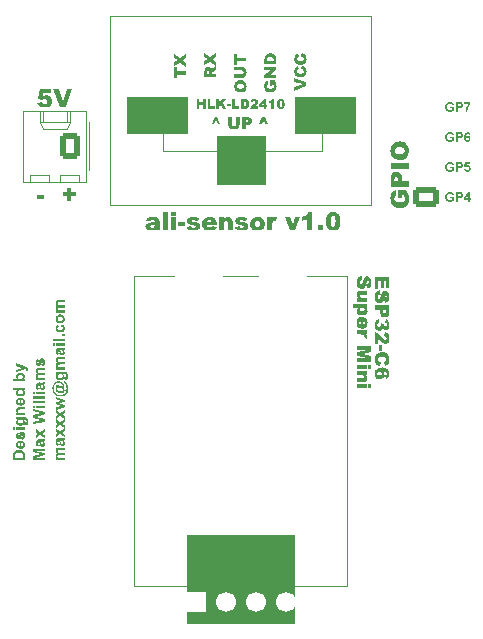
<source format=gbr>
%TF.GenerationSoftware,KiCad,Pcbnew,9.0.4*%
%TF.CreationDate,2025-10-10T16:09:38+02:00*%
%TF.ProjectId,ali-sensor,616c692d-7365-46e7-936f-722e6b696361,rev?*%
%TF.SameCoordinates,Original*%
%TF.FileFunction,Legend,Top*%
%TF.FilePolarity,Positive*%
%FSLAX46Y46*%
G04 Gerber Fmt 4.6, Leading zero omitted, Abs format (unit mm)*
G04 Created by KiCad (PCBNEW 9.0.4) date 2025-10-10 16:09:38*
%MOMM*%
%LPD*%
G01*
G04 APERTURE LIST*
G04 Aperture macros list*
%AMRoundRect*
0 Rectangle with rounded corners*
0 $1 Rounding radius*
0 $2 $3 $4 $5 $6 $7 $8 $9 X,Y pos of 4 corners*
0 Add a 4 corners polygon primitive as box body*
4,1,4,$2,$3,$4,$5,$6,$7,$8,$9,$2,$3,0*
0 Add four circle primitives for the rounded corners*
1,1,$1+$1,$2,$3*
1,1,$1+$1,$4,$5*
1,1,$1+$1,$6,$7*
1,1,$1+$1,$8,$9*
0 Add four rect primitives between the rounded corners*
20,1,$1+$1,$2,$3,$4,$5,0*
20,1,$1+$1,$4,$5,$6,$7,0*
20,1,$1+$1,$6,$7,$8,$9,0*
20,1,$1+$1,$8,$9,$2,$3,0*%
G04 Aperture macros list end*
%ADD10C,0.300000*%
%ADD11C,0.150000*%
%ADD12C,0.250000*%
%ADD13C,0.100000*%
%ADD14C,0.120000*%
%ADD15C,3.200000*%
%ADD16O,2.190000X1.740000*%
%ADD17RoundRect,0.250000X0.620000X0.845000X-0.620000X0.845000X-0.620000X-0.845000X0.620000X-0.845000X0*%
%ADD18O,1.740000X2.190000*%
%ADD19C,5.000000*%
%ADD20R,1.700000X1.700000*%
%ADD21C,1.700000*%
%ADD22RoundRect,0.250000X0.845000X-0.620000X0.845000X0.620000X-0.845000X0.620000X-0.845000X-0.620000X0*%
G04 APERTURE END LIST*
D10*
G36*
X135383630Y-84090510D02*
G01*
X136379866Y-84090510D01*
X136379866Y-84436357D01*
X135708229Y-84436357D01*
X135673699Y-84652146D01*
X135739663Y-84625118D01*
X135807056Y-84605251D01*
X135875594Y-84592836D01*
X135942519Y-84588765D01*
X136054292Y-84597904D01*
X136151213Y-84624031D01*
X136235911Y-84666174D01*
X136310349Y-84724686D01*
X136372148Y-84797068D01*
X136415798Y-84877089D01*
X136442395Y-84966334D01*
X136451582Y-85067054D01*
X136443606Y-85161867D01*
X136419634Y-85254376D01*
X136378950Y-85345765D01*
X136323539Y-85428276D01*
X136255288Y-85495911D01*
X136172962Y-85550013D01*
X136081292Y-85587467D01*
X135969006Y-85611695D01*
X135831785Y-85620447D01*
X135688385Y-85612870D01*
X135576338Y-85592420D01*
X135475935Y-85556539D01*
X135395079Y-85508614D01*
X135326696Y-85448465D01*
X135273996Y-85382493D01*
X135232849Y-85305904D01*
X135195868Y-85203433D01*
X135624240Y-85157088D01*
X135640249Y-85222957D01*
X135664239Y-85273199D01*
X135695406Y-85310961D01*
X135734949Y-85339684D01*
X135778570Y-85356716D01*
X135827664Y-85362526D01*
X135881910Y-85355271D01*
X135928517Y-85334121D01*
X135969447Y-85298229D01*
X135998950Y-85251972D01*
X136018360Y-85189392D01*
X136025592Y-85105522D01*
X136018163Y-85019614D01*
X135998493Y-84957531D01*
X135968989Y-84913364D01*
X135927847Y-84879987D01*
X135878501Y-84859686D01*
X135818505Y-84852547D01*
X135760146Y-84859695D01*
X135703100Y-84881490D01*
X135662174Y-84908917D01*
X135610593Y-84958976D01*
X135250548Y-84907685D01*
X135383630Y-84090510D01*
G37*
G36*
X136531358Y-84090510D02*
G01*
X137023477Y-84090510D01*
X137359433Y-85163499D01*
X137690260Y-84090510D01*
X138167999Y-84090510D01*
X137608377Y-85597000D01*
X137101237Y-85597000D01*
X136531358Y-84090510D01*
G37*
D11*
G36*
X170126145Y-93296127D02*
G01*
X170126145Y-93161695D01*
X170474777Y-93161695D01*
X170474777Y-93482191D01*
X170438697Y-93511550D01*
X170390443Y-93540370D01*
X170327498Y-93568408D01*
X170262366Y-93589226D01*
X170197389Y-93601544D01*
X170132104Y-93605631D01*
X170069301Y-93602099D01*
X170012323Y-93591879D01*
X169960426Y-93575369D01*
X169912969Y-93552728D01*
X169869036Y-93523318D01*
X169831274Y-93488544D01*
X169799183Y-93448068D01*
X169772530Y-93401297D01*
X169746586Y-93334270D01*
X169730878Y-93263161D01*
X169725538Y-93187096D01*
X169728997Y-93124423D01*
X169739066Y-93066729D01*
X169755434Y-93013389D01*
X169778001Y-92963859D01*
X169807297Y-92917849D01*
X169842380Y-92877834D01*
X169883602Y-92843325D01*
X169931581Y-92814089D01*
X169984421Y-92792655D01*
X170047676Y-92778940D01*
X170123409Y-92774033D01*
X170198961Y-92778542D01*
X170261657Y-92791088D01*
X170313577Y-92810548D01*
X170356466Y-92836315D01*
X170394476Y-92870210D01*
X170424907Y-92909696D01*
X170448230Y-92955450D01*
X170464421Y-93008506D01*
X170303758Y-93039769D01*
X170288887Y-93002457D01*
X170267755Y-92971501D01*
X170240060Y-92945980D01*
X170207356Y-92927305D01*
X170168929Y-92915688D01*
X170123409Y-92911591D01*
X170071327Y-92916155D01*
X170026739Y-92929162D01*
X169988241Y-92950142D01*
X169954833Y-92979392D01*
X169928959Y-93014716D01*
X169909462Y-93058679D01*
X169896834Y-93113149D01*
X169892258Y-93180453D01*
X169896952Y-93253413D01*
X169909845Y-93312032D01*
X169929614Y-93358911D01*
X169955614Y-93396168D01*
X169989699Y-93427571D01*
X170028100Y-93449770D01*
X170071688Y-93463353D01*
X170121748Y-93468073D01*
X170172181Y-93463124D01*
X170223695Y-93447899D01*
X170272079Y-93425062D01*
X170311378Y-93398953D01*
X170311378Y-93296127D01*
X170126145Y-93296127D01*
G37*
G36*
X171018608Y-92790465D02*
G01*
X171076054Y-92798604D01*
X171119166Y-92815211D01*
X171157360Y-92841107D01*
X171191385Y-92877250D01*
X171216468Y-92919848D01*
X171232225Y-92971243D01*
X171237840Y-93033614D01*
X171234583Y-93082343D01*
X171225441Y-93123378D01*
X171211071Y-93157983D01*
X171191130Y-93189844D01*
X171168475Y-93216030D01*
X171143025Y-93237166D01*
X171100666Y-93261400D01*
X171059103Y-93275219D01*
X170994679Y-93283396D01*
X170891309Y-93286748D01*
X170785845Y-93286748D01*
X170785845Y-93590000D01*
X170624107Y-93590000D01*
X170624107Y-93152316D01*
X170785845Y-93152316D01*
X170874358Y-93152316D01*
X170962109Y-93148241D01*
X171002244Y-93139518D01*
X171031180Y-93122977D01*
X171052802Y-93099511D01*
X171066430Y-93070411D01*
X171071120Y-93036106D01*
X171068098Y-93007416D01*
X171059483Y-92983266D01*
X171045426Y-92962686D01*
X171026812Y-92945839D01*
X171005331Y-92933860D01*
X170980408Y-92926538D01*
X170944203Y-92922751D01*
X170864002Y-92920969D01*
X170785845Y-92920969D01*
X170785845Y-93152316D01*
X170624107Y-93152316D01*
X170624107Y-92786538D01*
X170883688Y-92786538D01*
X171018608Y-92790465D01*
G37*
G36*
X171786410Y-93293000D02*
G01*
X171885866Y-93293000D01*
X171885866Y-93427431D01*
X171786410Y-93427431D01*
X171786410Y-93590000D01*
X171637764Y-93590000D01*
X171637764Y-93427431D01*
X171309843Y-93427431D01*
X171309843Y-93293538D01*
X171310212Y-93293000D01*
X171453556Y-93293000D01*
X171637764Y-93293000D01*
X171637764Y-93024235D01*
X171453556Y-93293000D01*
X171310212Y-93293000D01*
X171657401Y-92786538D01*
X171786410Y-92786538D01*
X171786410Y-93293000D01*
G37*
D10*
G36*
X145123713Y-94897352D02*
G01*
X145247078Y-94912548D01*
X145320687Y-94932320D01*
X145383729Y-94961817D01*
X145437771Y-95000842D01*
X145484596Y-95055089D01*
X145522584Y-95132641D01*
X145546102Y-95217488D01*
X145553542Y-95295307D01*
X145553542Y-95776252D01*
X145556295Y-95848678D01*
X145563159Y-95896144D01*
X145577483Y-95942193D01*
X145607580Y-96011000D01*
X145209709Y-96011000D01*
X145177927Y-95943680D01*
X145164371Y-95878284D01*
X145083121Y-95945425D01*
X145004545Y-95988743D01*
X144929093Y-96013468D01*
X144843520Y-96029002D01*
X144746258Y-96034447D01*
X144647449Y-96027829D01*
X144566983Y-96009523D01*
X144501603Y-95981202D01*
X144448679Y-95943588D01*
X144403518Y-95894660D01*
X144372135Y-95841690D01*
X144353279Y-95783715D01*
X144346829Y-95719282D01*
X144350287Y-95687042D01*
X144770713Y-95687042D01*
X144779179Y-95730156D01*
X144804144Y-95764162D01*
X144843141Y-95785858D01*
X144903062Y-95794112D01*
X144969727Y-95785854D01*
X145031198Y-95761231D01*
X145083101Y-95723526D01*
X145115187Y-95681088D01*
X145133149Y-95629473D01*
X145139916Y-95557807D01*
X145139916Y-95496349D01*
X144964245Y-95548556D01*
X144850826Y-95585718D01*
X144804602Y-95613403D01*
X144778895Y-95648707D01*
X144770713Y-95687042D01*
X144350287Y-95687042D01*
X144355456Y-95638840D01*
X144380064Y-95571190D01*
X144420285Y-95513568D01*
X144475090Y-95469255D01*
X144561445Y-95428742D01*
X144690387Y-95394042D01*
X144994470Y-95328096D01*
X145139916Y-95279187D01*
X145130992Y-95211567D01*
X145108959Y-95173857D01*
X145070485Y-95152328D01*
X144999416Y-95143449D01*
X144905258Y-95152710D01*
X144847283Y-95175781D01*
X144813823Y-95209354D01*
X144783169Y-95272592D01*
X144378978Y-95231010D01*
X144408979Y-95130529D01*
X144445198Y-95062757D01*
X144495869Y-95007855D01*
X144568663Y-94958160D01*
X144632636Y-94931279D01*
X144727207Y-94908793D01*
X144830149Y-94895895D01*
X144945102Y-94891390D01*
X145123713Y-94897352D01*
G37*
G36*
X145811920Y-94504510D02*
G01*
X146235804Y-94504510D01*
X146235804Y-96011000D01*
X145811920Y-96011000D01*
X145811920Y-94504510D01*
G37*
G36*
X146511951Y-94504510D02*
G01*
X146934827Y-94504510D01*
X146934827Y-94791739D01*
X146511951Y-94791739D01*
X146511951Y-94504510D01*
G37*
G36*
X146511951Y-94914838D02*
G01*
X146934827Y-94914838D01*
X146934827Y-96011000D01*
X146511951Y-96011000D01*
X146511951Y-94914838D01*
G37*
G36*
X147115627Y-95295856D02*
G01*
X147728097Y-95295856D01*
X147728097Y-95624119D01*
X147115627Y-95624119D01*
X147115627Y-95295856D01*
G37*
G36*
X147820237Y-95706551D02*
G01*
X148239725Y-95664968D01*
X148272307Y-95730270D01*
X148311166Y-95769291D01*
X148361589Y-95791637D01*
X148432432Y-95799974D01*
X148509093Y-95790332D01*
X148560751Y-95764894D01*
X148587068Y-95735589D01*
X148595464Y-95701055D01*
X148590609Y-95674959D01*
X148576109Y-95653091D01*
X148549943Y-95634285D01*
X148502633Y-95618609D01*
X148371524Y-95591879D01*
X148170999Y-95551606D01*
X148068816Y-95521628D01*
X148015504Y-95495195D01*
X147967903Y-95458814D01*
X147925384Y-95411536D01*
X147892921Y-95357397D01*
X147873541Y-95298880D01*
X147866949Y-95234582D01*
X147874199Y-95164397D01*
X147895232Y-95102602D01*
X147930055Y-95047370D01*
X147976230Y-95000312D01*
X148033435Y-94961211D01*
X148103437Y-94930042D01*
X148178093Y-94909970D01*
X148274922Y-94896421D01*
X148398635Y-94891390D01*
X148581010Y-94900330D01*
X148687055Y-94921524D01*
X148773587Y-94960535D01*
X148842760Y-95015038D01*
X148898269Y-95087148D01*
X148947907Y-95189977D01*
X148546097Y-95225698D01*
X148524717Y-95180055D01*
X148495447Y-95151143D01*
X148443210Y-95128142D01*
X148378119Y-95120002D01*
X148314246Y-95127022D01*
X148277094Y-95144273D01*
X148253302Y-95171535D01*
X148245770Y-95202708D01*
X148255212Y-95235428D01*
X148285154Y-95260136D01*
X148337898Y-95276824D01*
X148462474Y-95296589D01*
X148656956Y-95327533D01*
X148772876Y-95362260D01*
X148837174Y-95395314D01*
X148888713Y-95435383D01*
X148929222Y-95482611D01*
X148959537Y-95536873D01*
X148977491Y-95593894D01*
X148983536Y-95654802D01*
X148977373Y-95716359D01*
X148958620Y-95777473D01*
X148926200Y-95839175D01*
X148882552Y-95892959D01*
X148823382Y-95940431D01*
X148745765Y-95981599D01*
X148661850Y-96009061D01*
X148552196Y-96027565D01*
X148410908Y-96034447D01*
X148254401Y-96027588D01*
X148135955Y-96009369D01*
X148048128Y-95982790D01*
X147984460Y-95950000D01*
X147926648Y-95903307D01*
X147880448Y-95847947D01*
X147844990Y-95782909D01*
X147820237Y-95706551D01*
G37*
G36*
X149897969Y-94900504D02*
G01*
X150019199Y-94925131D01*
X150112670Y-94962099D01*
X150196500Y-95016537D01*
X150265048Y-95084370D01*
X150319758Y-95166896D01*
X150357397Y-95259129D01*
X150381919Y-95373769D01*
X150390832Y-95515675D01*
X150390832Y-95565501D01*
X149555064Y-95565501D01*
X149566887Y-95629182D01*
X149585004Y-95676837D01*
X149608278Y-95711863D01*
X149652087Y-95751056D01*
X149703166Y-95774333D01*
X149763892Y-95782388D01*
X149822893Y-95774842D01*
X149879296Y-95751980D01*
X149911761Y-95727268D01*
X149952203Y-95682646D01*
X150369125Y-95718274D01*
X150297025Y-95825595D01*
X150220194Y-95905377D01*
X150138316Y-95961907D01*
X150045854Y-95999411D01*
X149920871Y-96024872D01*
X149754732Y-96034447D01*
X149610444Y-96026496D01*
X149498684Y-96005093D01*
X149413189Y-95973172D01*
X149336078Y-95925276D01*
X149267415Y-95861093D01*
X149206560Y-95778541D01*
X149161822Y-95686428D01*
X149134258Y-95582719D01*
X149124677Y-95464934D01*
X149133779Y-95360337D01*
X149556071Y-95360337D01*
X149960538Y-95360337D01*
X149946643Y-95285350D01*
X149924811Y-95231720D01*
X149896607Y-95194374D01*
X149859201Y-95166560D01*
X149814298Y-95149479D01*
X149759770Y-95143449D01*
X149698278Y-95152164D01*
X149646961Y-95177406D01*
X149603241Y-95220294D01*
X149574097Y-95275396D01*
X149556071Y-95360337D01*
X149133779Y-95360337D01*
X149135628Y-95339091D01*
X149167001Y-95229909D01*
X149217858Y-95134296D01*
X149288992Y-95050026D01*
X149356943Y-94994784D01*
X149434634Y-94951102D01*
X149523483Y-94918836D01*
X149625332Y-94898530D01*
X149742368Y-94891390D01*
X149897969Y-94900504D01*
G37*
G36*
X150576396Y-94914838D02*
G01*
X150970604Y-94914838D01*
X150970604Y-95088219D01*
X151028898Y-95023313D01*
X151086114Y-94974118D01*
X151142612Y-94938468D01*
X151204167Y-94913124D01*
X151276334Y-94897079D01*
X151361148Y-94891390D01*
X151447439Y-94898538D01*
X151520176Y-94918736D01*
X151581844Y-94950956D01*
X151634273Y-94995346D01*
X151674767Y-95049632D01*
X151705543Y-95118741D01*
X151725660Y-95206064D01*
X151733008Y-95315823D01*
X151733008Y-96011000D01*
X151308025Y-96011000D01*
X151308025Y-95409979D01*
X151302925Y-95343068D01*
X151289817Y-95297348D01*
X151270931Y-95267097D01*
X151243666Y-95244490D01*
X151209523Y-95230512D01*
X151166426Y-95225515D01*
X151119438Y-95231920D01*
X151079784Y-95250492D01*
X151045617Y-95281935D01*
X151022452Y-95322738D01*
X151005859Y-95387528D01*
X150999272Y-95485816D01*
X150999272Y-96011000D01*
X150576396Y-96011000D01*
X150576396Y-94914838D01*
G37*
G36*
X151901535Y-95706551D02*
G01*
X152321023Y-95664968D01*
X152353605Y-95730270D01*
X152392464Y-95769291D01*
X152442887Y-95791637D01*
X152513730Y-95799974D01*
X152590391Y-95790332D01*
X152642049Y-95764894D01*
X152668366Y-95735589D01*
X152676762Y-95701055D01*
X152671907Y-95674959D01*
X152657407Y-95653091D01*
X152631241Y-95634285D01*
X152583931Y-95618609D01*
X152452822Y-95591879D01*
X152252297Y-95551606D01*
X152150114Y-95521628D01*
X152096802Y-95495195D01*
X152049201Y-95458814D01*
X152006682Y-95411536D01*
X151974219Y-95357397D01*
X151954839Y-95298880D01*
X151948247Y-95234582D01*
X151955497Y-95164397D01*
X151976530Y-95102602D01*
X152011353Y-95047370D01*
X152057528Y-95000312D01*
X152114733Y-94961211D01*
X152184735Y-94930042D01*
X152259391Y-94909970D01*
X152356220Y-94896421D01*
X152479933Y-94891390D01*
X152662308Y-94900330D01*
X152768353Y-94921524D01*
X152854885Y-94960535D01*
X152924058Y-95015038D01*
X152979567Y-95087148D01*
X153029205Y-95189977D01*
X152627395Y-95225698D01*
X152606015Y-95180055D01*
X152576745Y-95151143D01*
X152524508Y-95128142D01*
X152459417Y-95120002D01*
X152395544Y-95127022D01*
X152358392Y-95144273D01*
X152334600Y-95171535D01*
X152327068Y-95202708D01*
X152336510Y-95235428D01*
X152366452Y-95260136D01*
X152419196Y-95276824D01*
X152543772Y-95296589D01*
X152738254Y-95327533D01*
X152854174Y-95362260D01*
X152918472Y-95395314D01*
X152970011Y-95435383D01*
X153010520Y-95482611D01*
X153040835Y-95536873D01*
X153058788Y-95593894D01*
X153064834Y-95654802D01*
X153058671Y-95716359D01*
X153039918Y-95777473D01*
X153007498Y-95839175D01*
X152963850Y-95892959D01*
X152904680Y-95940431D01*
X152827063Y-95981599D01*
X152743148Y-96009061D01*
X152633494Y-96027565D01*
X152492206Y-96034447D01*
X152335699Y-96027588D01*
X152217253Y-96009369D01*
X152129426Y-95982790D01*
X152065758Y-95950000D01*
X152007946Y-95903307D01*
X151961746Y-95847947D01*
X151926288Y-95782909D01*
X151901535Y-95706551D01*
G37*
G36*
X153964768Y-94900091D02*
G01*
X154078061Y-94924641D01*
X154174781Y-94963396D01*
X154257464Y-95015695D01*
X154327966Y-95081900D01*
X154386500Y-95162255D01*
X154428341Y-95250876D01*
X154454005Y-95349360D01*
X154462880Y-95459804D01*
X154451862Y-95583265D01*
X154420125Y-95691557D01*
X154368344Y-95787565D01*
X154295451Y-95873338D01*
X154226288Y-95929395D01*
X154147122Y-95973753D01*
X154056492Y-96006539D01*
X153952504Y-96027184D01*
X153832916Y-96034447D01*
X153701558Y-96025220D01*
X153588641Y-95999046D01*
X153491194Y-95957397D01*
X153406835Y-95900632D01*
X153334341Y-95829531D01*
X153279068Y-95751717D01*
X153239558Y-95666254D01*
X153215345Y-95571666D01*
X153206983Y-95466033D01*
X153207314Y-95462369D01*
X153630866Y-95462369D01*
X153638532Y-95558242D01*
X153658812Y-95627940D01*
X153689027Y-95677791D01*
X153731666Y-95716753D01*
X153779636Y-95739477D01*
X153834931Y-95747217D01*
X153890981Y-95739512D01*
X153938915Y-95717043D01*
X153980836Y-95678799D01*
X154010241Y-95629611D01*
X154030305Y-95558556D01*
X154037989Y-95458247D01*
X154030449Y-95365248D01*
X154010409Y-95296990D01*
X153980378Y-95247588D01*
X153938178Y-95208737D01*
X153891359Y-95186236D01*
X153838045Y-95178620D01*
X153781376Y-95186462D01*
X153732549Y-95209408D01*
X153689485Y-95248595D01*
X153658923Y-95298734D01*
X153638536Y-95368001D01*
X153630866Y-95462369D01*
X153207314Y-95462369D01*
X153218033Y-95343746D01*
X153249943Y-95235976D01*
X153302157Y-95139920D01*
X153375877Y-95053598D01*
X153445855Y-94996766D01*
X153524947Y-94952042D01*
X153614450Y-94919176D01*
X153716064Y-94898596D01*
X153831817Y-94891390D01*
X153964768Y-94900091D01*
G37*
G36*
X154661815Y-94914838D02*
G01*
X155058038Y-94914838D01*
X155058038Y-95083274D01*
X155096068Y-95016011D01*
X155133297Y-94967922D01*
X155169780Y-94935171D01*
X155212212Y-94911350D01*
X155261583Y-94896580D01*
X155319531Y-94891390D01*
X155380317Y-94897174D01*
X155448320Y-94915672D01*
X155525153Y-94949184D01*
X155393811Y-95251435D01*
X155321216Y-95226274D01*
X155275476Y-95219653D01*
X155225415Y-95227208D01*
X155184680Y-95249005D01*
X155150912Y-95286239D01*
X155119517Y-95353963D01*
X155096216Y-95466433D01*
X155086798Y-95642162D01*
X155086798Y-96011000D01*
X154661815Y-96011000D01*
X154661815Y-94914838D01*
G37*
G36*
X156163268Y-94914838D02*
G01*
X156604370Y-94914838D01*
X156813381Y-95598840D01*
X157029353Y-94914838D01*
X157457083Y-94914838D01*
X156992442Y-96011000D01*
X156618659Y-96011000D01*
X156163268Y-94914838D01*
G37*
G36*
X158482720Y-94481062D02*
G01*
X158482720Y-96011000D01*
X158054715Y-96011000D01*
X158054715Y-95017511D01*
X157955529Y-95086058D01*
X157860633Y-95139510D01*
X157757355Y-95184444D01*
X157616085Y-95232384D01*
X157616085Y-94886353D01*
X157756942Y-94833300D01*
X157865796Y-94777786D01*
X157948103Y-94720573D01*
X158020477Y-94651491D01*
X158081849Y-94572006D01*
X158132659Y-94481062D01*
X158482720Y-94481062D01*
G37*
G36*
X158971542Y-95588948D02*
G01*
X159423177Y-95588948D01*
X159423177Y-96011000D01*
X158971542Y-96011000D01*
X158971542Y-95588948D01*
G37*
G36*
X160357973Y-94485802D02*
G01*
X160440298Y-94498800D01*
X160506608Y-94518523D01*
X160597460Y-94562845D01*
X160666343Y-94616068D01*
X160722479Y-94678775D01*
X160763704Y-94742372D01*
X160795059Y-94812133D01*
X160820857Y-94896703D01*
X160852327Y-95066978D01*
X160862989Y-95246489D01*
X160855943Y-95419218D01*
X160836538Y-95561058D01*
X160807024Y-95676586D01*
X160769125Y-95769906D01*
X160723953Y-95844579D01*
X160664596Y-95909250D01*
X160590209Y-95960975D01*
X160498147Y-96000024D01*
X160384697Y-96025303D01*
X160245299Y-96034447D01*
X160119258Y-96026804D01*
X160018171Y-96005864D01*
X159937553Y-95973905D01*
X159864379Y-95927581D01*
X159800382Y-95868754D01*
X159744845Y-95796218D01*
X159713259Y-95738756D01*
X159684667Y-95664283D01*
X159659940Y-95569347D01*
X159637533Y-95421398D01*
X159629623Y-95251618D01*
X159629680Y-95250336D01*
X160049477Y-95250336D01*
X160056956Y-95443166D01*
X160075343Y-95565656D01*
X160099577Y-95638132D01*
X160129331Y-95685640D01*
X160162839Y-95716942D01*
X160200618Y-95735154D01*
X160244291Y-95741355D01*
X160302362Y-95730501D01*
X160352460Y-95697758D01*
X160378534Y-95665880D01*
X160401375Y-95620810D01*
X160420237Y-95558998D01*
X160435607Y-95450461D01*
X160442128Y-95261601D01*
X160434515Y-95060118D01*
X160415993Y-94935149D01*
X160391936Y-94863638D01*
X160362331Y-94817610D01*
X160328130Y-94786852D01*
X160288676Y-94768687D01*
X160242184Y-94762430D01*
X160194932Y-94768882D01*
X160155782Y-94787463D01*
X160122723Y-94818779D01*
X160095089Y-94865653D01*
X160073030Y-94937864D01*
X160056281Y-95059508D01*
X160049477Y-95250336D01*
X159629680Y-95250336D01*
X159637727Y-95069367D01*
X159659767Y-94924134D01*
X159692846Y-94809725D01*
X159734851Y-94720685D01*
X159784595Y-94652429D01*
X159849224Y-94593600D01*
X159926390Y-94546653D01*
X160018122Y-94511520D01*
X160127107Y-94489071D01*
X160256564Y-94481062D01*
X160357973Y-94485802D01*
G37*
D12*
G36*
X133727848Y-114633104D02*
G01*
X133798596Y-114643635D01*
X133859196Y-114660073D01*
X133929616Y-114689725D01*
X133988228Y-114725546D01*
X134036578Y-114767356D01*
X134067172Y-114804801D01*
X134093995Y-114851625D01*
X134116750Y-114909445D01*
X134132009Y-114982153D01*
X134138000Y-115088414D01*
X134138000Y-115468883D01*
X133133673Y-115468883D01*
X133133673Y-115175853D01*
X133301712Y-115175853D01*
X133301712Y-115266711D01*
X133969960Y-115266711D01*
X133969960Y-115115708D01*
X133967050Y-115036899D01*
X133960313Y-114993464D01*
X133943246Y-114947708D01*
X133918364Y-114911826D01*
X133896644Y-114893056D01*
X133865080Y-114875290D01*
X133820972Y-114858886D01*
X133746955Y-114844201D01*
X133636203Y-114838370D01*
X133526099Y-114844302D01*
X133456562Y-114858886D01*
X133399211Y-114884414D01*
X133358865Y-114916284D01*
X133329821Y-114957351D01*
X133311360Y-115009829D01*
X133304778Y-115062277D01*
X133301712Y-115175853D01*
X133133673Y-115175853D01*
X133133673Y-115099344D01*
X133139249Y-114981807D01*
X133152846Y-114908773D01*
X133174772Y-114852632D01*
X133205461Y-114802554D01*
X133245353Y-114757770D01*
X133292157Y-114719777D01*
X133346101Y-114687895D01*
X133408080Y-114662149D01*
X133473058Y-114644765D01*
X133551424Y-114633442D01*
X133645423Y-114629359D01*
X133727848Y-114633104D01*
G37*
G36*
X133829277Y-114318682D02*
G01*
X133884333Y-114312021D01*
X133927639Y-114296252D01*
X133961717Y-114272215D01*
X133988063Y-114240101D01*
X134003677Y-114203698D01*
X134009039Y-114161573D01*
X134002800Y-114119352D01*
X133984981Y-114085736D01*
X133955351Y-114059819D01*
X133907434Y-114039269D01*
X133938697Y-113848026D01*
X134006081Y-113878357D01*
X134059703Y-113917147D01*
X134101607Y-113964530D01*
X134131893Y-114020073D01*
X134150836Y-114085668D01*
X134157539Y-114163649D01*
X134151911Y-114239535D01*
X134136039Y-114303709D01*
X134110886Y-114358172D01*
X134076633Y-114404487D01*
X134032670Y-114443674D01*
X133981307Y-114474126D01*
X133922917Y-114496491D01*
X133856313Y-114510505D01*
X133780062Y-114515420D01*
X133689047Y-114508795D01*
X133612766Y-114490194D01*
X133548678Y-114460870D01*
X133494786Y-114421142D01*
X133449447Y-114370624D01*
X133417597Y-114314881D01*
X133398261Y-114252804D01*
X133391593Y-114182761D01*
X133392656Y-114171099D01*
X133540093Y-114171099D01*
X133545336Y-114210952D01*
X133560587Y-114245093D01*
X133586377Y-114274963D01*
X133619423Y-114296951D01*
X133660563Y-114310644D01*
X133712040Y-114315263D01*
X133712040Y-114028339D01*
X133657331Y-114034709D01*
X133615595Y-114049419D01*
X133583935Y-114071386D01*
X133559385Y-114100987D01*
X133544990Y-114133821D01*
X133540093Y-114171099D01*
X133392656Y-114171099D01*
X133398825Y-114103435D01*
X133419426Y-114035802D01*
X133452712Y-113977605D01*
X133499304Y-113927283D01*
X133542714Y-113896206D01*
X133595549Y-113871063D01*
X133659504Y-113852272D01*
X133736633Y-113840731D01*
X133829277Y-113837768D01*
X133829277Y-114318682D01*
G37*
G36*
X133930882Y-113749352D02*
G01*
X133907434Y-113556706D01*
X133942665Y-113545214D01*
X133970391Y-113528582D01*
X133991942Y-113506880D01*
X134007205Y-113480292D01*
X134017124Y-113445924D01*
X134020763Y-113401673D01*
X134017098Y-113352579D01*
X134007347Y-113316202D01*
X133992797Y-113289626D01*
X133970035Y-113270710D01*
X133940468Y-113264347D01*
X133919732Y-113267865D01*
X133903404Y-113278025D01*
X133891557Y-113297419D01*
X133877576Y-113342199D01*
X133837434Y-113499965D01*
X133806152Y-113590690D01*
X133782321Y-113636634D01*
X133749231Y-113674714D01*
X133711386Y-113701141D01*
X133667856Y-113717161D01*
X133617030Y-113722730D01*
X133571005Y-113718033D01*
X133529573Y-113704290D01*
X133491675Y-113681370D01*
X133456623Y-113648297D01*
X133430211Y-113609809D01*
X133409898Y-113560294D01*
X133396508Y-113497185D01*
X133391593Y-113417365D01*
X133395409Y-113340499D01*
X133405752Y-113279850D01*
X133421254Y-113232541D01*
X133440991Y-113196081D01*
X133478333Y-113153525D01*
X133526316Y-113120338D01*
X133586988Y-113096308D01*
X133622159Y-113277292D01*
X133581394Y-113294527D01*
X133552549Y-113321378D01*
X133539830Y-113344271D01*
X133531465Y-113374452D01*
X133528369Y-113413946D01*
X133531393Y-113464590D01*
X133539130Y-113499442D01*
X133550046Y-113522573D01*
X133567885Y-113539098D01*
X133589796Y-113544433D01*
X133608888Y-113539827D01*
X133625456Y-113525321D01*
X133643910Y-113483450D01*
X133680655Y-113345985D01*
X133709487Y-113244109D01*
X133738680Y-113175519D01*
X133767361Y-113131845D01*
X133805546Y-113098967D01*
X133852745Y-113078845D01*
X133911709Y-113071700D01*
X133960052Y-113076844D01*
X134004408Y-113092039D01*
X134045847Y-113117666D01*
X134085060Y-113155048D01*
X134114886Y-113198202D01*
X134137500Y-113252064D01*
X134152202Y-113318945D01*
X134157539Y-113401673D01*
X134153160Y-113476651D01*
X134140922Y-113539548D01*
X134121858Y-113592244D01*
X134096539Y-113636329D01*
X134063174Y-113675929D01*
X134024844Y-113707636D01*
X133981030Y-113732061D01*
X133930882Y-113749352D01*
G37*
G36*
X133309528Y-112904028D02*
G01*
X133133673Y-112904028D01*
X133133673Y-112712114D01*
X133309528Y-112712114D01*
X133309528Y-112904028D01*
G37*
G36*
X134138000Y-112904028D02*
G01*
X133411133Y-112904028D01*
X133411133Y-112712114D01*
X134138000Y-112712114D01*
X134138000Y-112904028D01*
G37*
G36*
X134151470Y-111853471D02*
G01*
X134213945Y-111861053D01*
X134257373Y-111871735D01*
X134315849Y-111898118D01*
X134357513Y-111931209D01*
X134389028Y-111974283D01*
X134414421Y-112033302D01*
X134429331Y-112101623D01*
X134434999Y-112194808D01*
X134429880Y-112290484D01*
X134416236Y-112362989D01*
X134396141Y-112417000D01*
X134370885Y-112456453D01*
X134336130Y-112490683D01*
X134298046Y-112514437D01*
X134255883Y-112528728D01*
X134208464Y-112533633D01*
X134184894Y-112532962D01*
X134208341Y-112313693D01*
X134244711Y-112303793D01*
X134264578Y-112288414D01*
X134280235Y-112256195D01*
X134286499Y-112202379D01*
X134283439Y-112152389D01*
X134275393Y-112115834D01*
X134263662Y-112089661D01*
X134244436Y-112067961D01*
X134214570Y-112051376D01*
X134185238Y-112045287D01*
X134125299Y-112042522D01*
X134018076Y-112042522D01*
X134072243Y-112090215D01*
X134108962Y-112141562D01*
X134130639Y-112197497D01*
X134138000Y-112259715D01*
X134132898Y-112316433D01*
X134118108Y-112366914D01*
X134093817Y-112412380D01*
X134059431Y-112453699D01*
X134013619Y-112491318D01*
X133963320Y-112519745D01*
X133906517Y-112540616D01*
X133842150Y-112553672D01*
X133768949Y-112558241D01*
X133676520Y-112551899D01*
X133600846Y-112534303D01*
X133538963Y-112506969D01*
X133488497Y-112470497D01*
X133445688Y-112423364D01*
X133415806Y-112371991D01*
X133397779Y-112315414D01*
X133391593Y-112252205D01*
X133397270Y-112203051D01*
X133540093Y-112203051D01*
X133546133Y-112246547D01*
X133563793Y-112283928D01*
X133593949Y-112316807D01*
X133632460Y-112340102D01*
X133685664Y-112355652D01*
X133758141Y-112361503D01*
X133834437Y-112355556D01*
X133889257Y-112339918D01*
X133927890Y-112316807D01*
X133958219Y-112284012D01*
X133975756Y-112247716D01*
X133981684Y-112206470D01*
X133975558Y-112161996D01*
X133957499Y-112122871D01*
X133926485Y-112087585D01*
X133886828Y-112062032D01*
X133833672Y-112045308D01*
X133762965Y-112039103D01*
X133688743Y-112045182D01*
X133634327Y-112061340D01*
X133594987Y-112085570D01*
X133564269Y-112119580D01*
X133546255Y-112158193D01*
X133540093Y-112203051D01*
X133397270Y-112203051D01*
X133398990Y-112188157D01*
X133420708Y-112130833D01*
X133457331Y-112078503D01*
X133511089Y-112030188D01*
X133411133Y-112030188D01*
X133411133Y-111850547D01*
X134064666Y-111850547D01*
X134151470Y-111853471D01*
G37*
G36*
X134138000Y-111000460D02*
G01*
X134138000Y-111192435D01*
X133765957Y-111192435D01*
X133658138Y-111196474D01*
X133613244Y-111204769D01*
X133582126Y-111221110D01*
X133559327Y-111244703D01*
X133545079Y-111274579D01*
X133540093Y-111311320D01*
X133547019Y-111358779D01*
X133567570Y-111400774D01*
X133599512Y-111434214D01*
X133640294Y-111455118D01*
X133695163Y-111465189D01*
X133807783Y-111469773D01*
X134138000Y-111469773D01*
X134138000Y-111661748D01*
X133411133Y-111661748D01*
X133411133Y-111483450D01*
X133517684Y-111483450D01*
X133470820Y-111441964D01*
X133435849Y-111397880D01*
X133411364Y-111350790D01*
X133396622Y-111299952D01*
X133391593Y-111244337D01*
X133397492Y-111182845D01*
X133414613Y-111128260D01*
X133441758Y-111080783D01*
X133473415Y-111048637D01*
X133511351Y-111025845D01*
X133554503Y-111011085D01*
X133604755Y-111003537D01*
X133684379Y-111000460D01*
X134138000Y-111000460D01*
G37*
G36*
X133829277Y-110664809D02*
G01*
X133884333Y-110658148D01*
X133927639Y-110642379D01*
X133961717Y-110618342D01*
X133988063Y-110586228D01*
X134003677Y-110549825D01*
X134009039Y-110507700D01*
X134002800Y-110465479D01*
X133984981Y-110431863D01*
X133955351Y-110405946D01*
X133907434Y-110385396D01*
X133938697Y-110194153D01*
X134006081Y-110224484D01*
X134059703Y-110263274D01*
X134101607Y-110310657D01*
X134131893Y-110366200D01*
X134150836Y-110431795D01*
X134157539Y-110509776D01*
X134151911Y-110585662D01*
X134136039Y-110649836D01*
X134110886Y-110704299D01*
X134076633Y-110750614D01*
X134032670Y-110789801D01*
X133981307Y-110820253D01*
X133922917Y-110842618D01*
X133856313Y-110856632D01*
X133780062Y-110861547D01*
X133689047Y-110854922D01*
X133612766Y-110836321D01*
X133548678Y-110806997D01*
X133494786Y-110767269D01*
X133449447Y-110716751D01*
X133417597Y-110661008D01*
X133398261Y-110598931D01*
X133391593Y-110528888D01*
X133392656Y-110517226D01*
X133540093Y-110517226D01*
X133545336Y-110557079D01*
X133560587Y-110591220D01*
X133586377Y-110621090D01*
X133619423Y-110643078D01*
X133660563Y-110656771D01*
X133712040Y-110661390D01*
X133712040Y-110374466D01*
X133657331Y-110380836D01*
X133615595Y-110395546D01*
X133583935Y-110417513D01*
X133559385Y-110447114D01*
X133544990Y-110479948D01*
X133540093Y-110517226D01*
X133392656Y-110517226D01*
X133398825Y-110449562D01*
X133419426Y-110381929D01*
X133452712Y-110323732D01*
X133499304Y-110273410D01*
X133542714Y-110242333D01*
X133595549Y-110217190D01*
X133659504Y-110198399D01*
X133736633Y-110186858D01*
X133829277Y-110183895D01*
X133829277Y-110664809D01*
G37*
G36*
X134138000Y-109540804D02*
G01*
X134031449Y-109540804D01*
X134070235Y-109572851D01*
X134101375Y-109607725D01*
X134125604Y-109645645D01*
X134149763Y-109707154D01*
X134157539Y-109767583D01*
X134151227Y-109827609D01*
X134132618Y-109882500D01*
X134101308Y-109933584D01*
X134055751Y-109981723D01*
X134002836Y-110019059D01*
X133939352Y-110046822D01*
X133863213Y-110064537D01*
X133771818Y-110070872D01*
X133677794Y-110064556D01*
X133601208Y-110047080D01*
X133538962Y-110020036D01*
X133488558Y-109984105D01*
X133445858Y-109937487D01*
X133415950Y-109886163D01*
X133397833Y-109829117D01*
X133391593Y-109764836D01*
X133396985Y-109714277D01*
X133540093Y-109714277D01*
X133546222Y-109757276D01*
X133564301Y-109794910D01*
X133595475Y-109828705D01*
X133635075Y-109852860D01*
X133688810Y-109868838D01*
X133760950Y-109874806D01*
X133840160Y-109870344D01*
X133895310Y-109858883D01*
X133932408Y-109842688D01*
X133966850Y-109816259D01*
X133990264Y-109786364D01*
X134004228Y-109752362D01*
X134009039Y-109712934D01*
X134002800Y-109671391D01*
X133984175Y-109634304D01*
X133951581Y-109600216D01*
X133910572Y-109575916D01*
X133854798Y-109559784D01*
X133779817Y-109553749D01*
X133695437Y-109559889D01*
X133636403Y-109575807D01*
X133596208Y-109598872D01*
X133564745Y-109632137D01*
X133546372Y-109670044D01*
X133540093Y-109714277D01*
X133396985Y-109714277D01*
X133397810Y-109706539D01*
X133416207Y-109652810D01*
X133447295Y-109602379D01*
X133492710Y-109554420D01*
X133133673Y-109554420D01*
X133133673Y-109362506D01*
X134138000Y-109362506D01*
X134138000Y-109540804D01*
G37*
G36*
X133861523Y-108090328D02*
G01*
X133939390Y-108108047D01*
X134003478Y-108135621D01*
X134056117Y-108172433D01*
X134101391Y-108220209D01*
X134132599Y-108271275D01*
X134151209Y-108326519D01*
X134157539Y-108387306D01*
X134154012Y-108427970D01*
X134143291Y-108468663D01*
X134124871Y-108509916D01*
X134100312Y-108547912D01*
X134069374Y-108582559D01*
X134031449Y-108614085D01*
X134138000Y-108614085D01*
X134138000Y-108792383D01*
X133133673Y-108792383D01*
X133133673Y-108600408D01*
X133492710Y-108600408D01*
X133447295Y-108552449D01*
X133416207Y-108502018D01*
X133397810Y-108448289D01*
X133397056Y-108441222D01*
X133540093Y-108441222D01*
X133546189Y-108484699D01*
X133564092Y-108522442D01*
X133594803Y-108556017D01*
X133633981Y-108579892D01*
X133687847Y-108595784D01*
X133760950Y-108601751D01*
X133837407Y-108596946D01*
X133892398Y-108584395D01*
X133931004Y-108566214D01*
X133966284Y-108538107D01*
X133990127Y-108507153D01*
X134004225Y-108472756D01*
X134009039Y-108433712D01*
X134003040Y-108393940D01*
X133985102Y-108358316D01*
X133953657Y-108325451D01*
X133914034Y-108302352D01*
X133857664Y-108286669D01*
X133779085Y-108280694D01*
X133695217Y-108286823D01*
X133636391Y-108302730D01*
X133596208Y-108325818D01*
X133564745Y-108359082D01*
X133546372Y-108396990D01*
X133540093Y-108441222D01*
X133397056Y-108441222D01*
X133391593Y-108389993D01*
X133397833Y-108325711D01*
X133415950Y-108268665D01*
X133445858Y-108217341D01*
X133488558Y-108170724D01*
X133539008Y-108134615D01*
X133600608Y-108107585D01*
X133675651Y-108090209D01*
X133766995Y-108083956D01*
X133861523Y-108090328D01*
G37*
G36*
X133411133Y-108020148D02*
G01*
X133411133Y-107815900D01*
X133928500Y-107642426D01*
X133411133Y-107472983D01*
X133411133Y-107274230D01*
X134111072Y-107530380D01*
X134239849Y-107576114D01*
X134299019Y-107602423D01*
X134336691Y-107624291D01*
X134367361Y-107649257D01*
X134390974Y-107676926D01*
X134409045Y-107709038D01*
X134423397Y-107750015D01*
X134431950Y-107794952D01*
X134434999Y-107848018D01*
X134432104Y-107902927D01*
X134423458Y-107956645D01*
X134273615Y-107973742D01*
X134280486Y-107929616D01*
X134282591Y-107892470D01*
X134277673Y-107849639D01*
X134264226Y-107817502D01*
X134242902Y-107793429D01*
X134199260Y-107765764D01*
X134141907Y-107744214D01*
X133411133Y-108020148D01*
G37*
G36*
X135818000Y-115470959D02*
G01*
X134813673Y-115470959D01*
X134813673Y-115168342D01*
X135498774Y-114986625D01*
X134813673Y-114806985D01*
X134813673Y-114503635D01*
X135818000Y-114503635D01*
X135818000Y-114691519D01*
X135027446Y-114691519D01*
X135818000Y-114890272D01*
X135818000Y-115084994D01*
X135027446Y-115283075D01*
X135818000Y-115283075D01*
X135818000Y-115470959D01*
G37*
G36*
X135818000Y-113863414D02*
G01*
X135762068Y-113881854D01*
X135739842Y-113888693D01*
X135783149Y-113940385D01*
X135813115Y-113993900D01*
X135831374Y-114051497D01*
X135837539Y-114113457D01*
X135833294Y-114169213D01*
X135821324Y-114216277D01*
X135802335Y-114256165D01*
X135776417Y-114290045D01*
X135743810Y-114318301D01*
X135707719Y-114338242D01*
X135667418Y-114350389D01*
X135621872Y-114354586D01*
X135581509Y-114351210D01*
X135545012Y-114341379D01*
X135511658Y-114325216D01*
X135481993Y-114303100D01*
X135457399Y-114275861D01*
X135437530Y-114242906D01*
X135415004Y-114183641D01*
X135392528Y-114090254D01*
X135365401Y-113966395D01*
X135345145Y-113903775D01*
X135470198Y-113903775D01*
X135499690Y-114020584D01*
X135518842Y-114093178D01*
X135533334Y-114125120D01*
X135553375Y-114146462D01*
X135575679Y-114158596D01*
X135601234Y-114162672D01*
X135627021Y-114159338D01*
X135650108Y-114149485D01*
X135671271Y-114132630D01*
X135687507Y-114111045D01*
X135697336Y-114085890D01*
X135700763Y-114056121D01*
X135697070Y-114022581D01*
X135685863Y-113989789D01*
X135666447Y-113957081D01*
X135637044Y-113927903D01*
X135602638Y-113911285D01*
X135572377Y-113906142D01*
X135508605Y-113903775D01*
X135470198Y-113903775D01*
X135345145Y-113903775D01*
X135325484Y-113903775D01*
X135288553Y-113907362D01*
X135262451Y-113916827D01*
X135244334Y-113931130D01*
X135232271Y-113951145D01*
X135223573Y-113983763D01*
X135220093Y-114034262D01*
X135225812Y-114081771D01*
X135240915Y-114114190D01*
X135267421Y-114138738D01*
X135313882Y-114160596D01*
X135282619Y-114334802D01*
X135214493Y-114309231D01*
X135162345Y-114275469D01*
X135123312Y-114233747D01*
X135102384Y-114197336D01*
X135086183Y-114151151D01*
X135075501Y-114093064D01*
X135071593Y-114020584D01*
X135075780Y-113934549D01*
X135086665Y-113872627D01*
X135102185Y-113829342D01*
X135125601Y-113789910D01*
X135151466Y-113761011D01*
X135179854Y-113740865D01*
X135212976Y-113728358D01*
X135267732Y-113719000D01*
X135352717Y-113715219D01*
X135578153Y-113717234D01*
X135668013Y-113714495D01*
X135720058Y-113708014D01*
X135766026Y-113695264D01*
X135818000Y-113673515D01*
X135818000Y-113863414D01*
G37*
G36*
X135818000Y-113618621D02*
G01*
X135443636Y-113356976D01*
X135091133Y-113607691D01*
X135091133Y-113373340D01*
X135290984Y-113244930D01*
X135091133Y-113109680D01*
X135091133Y-112884244D01*
X135435393Y-113130197D01*
X135818000Y-112861713D01*
X135818000Y-113097407D01*
X135592808Y-113244930D01*
X135818000Y-113393857D01*
X135818000Y-113618621D01*
G37*
G36*
X135818000Y-112216423D02*
G01*
X134813673Y-112455537D01*
X134813673Y-112248541D01*
X135503537Y-112097538D01*
X134813673Y-111914478D01*
X134813673Y-111674021D01*
X135515199Y-111498471D01*
X134813673Y-111344781D01*
X134813673Y-111141205D01*
X135818000Y-111384410D01*
X135818000Y-111598916D01*
X135067136Y-111798340D01*
X135818000Y-111997154D01*
X135818000Y-112216423D01*
G37*
G36*
X134989528Y-111051690D02*
G01*
X134813673Y-111051690D01*
X134813673Y-110859776D01*
X134989528Y-110859776D01*
X134989528Y-111051690D01*
G37*
G36*
X135818000Y-111051690D02*
G01*
X135091133Y-111051690D01*
X135091133Y-110859776D01*
X135818000Y-110859776D01*
X135818000Y-111051690D01*
G37*
G36*
X135818000Y-110662855D02*
G01*
X134813673Y-110662855D01*
X134813673Y-110470942D01*
X135818000Y-110470942D01*
X135818000Y-110662855D01*
G37*
G36*
X135818000Y-110274021D02*
G01*
X134813673Y-110274021D01*
X134813673Y-110082107D01*
X135818000Y-110082107D01*
X135818000Y-110274021D01*
G37*
G36*
X134989528Y-109885186D02*
G01*
X134813673Y-109885186D01*
X134813673Y-109693272D01*
X134989528Y-109693272D01*
X134989528Y-109885186D01*
G37*
G36*
X135818000Y-109885186D02*
G01*
X135091133Y-109885186D01*
X135091133Y-109693272D01*
X135818000Y-109693272D01*
X135818000Y-109885186D01*
G37*
G36*
X135818000Y-109055737D02*
G01*
X135762068Y-109074178D01*
X135739842Y-109081017D01*
X135783149Y-109132709D01*
X135813115Y-109186224D01*
X135831374Y-109243821D01*
X135837539Y-109305781D01*
X135833294Y-109361537D01*
X135821324Y-109408601D01*
X135802335Y-109448489D01*
X135776417Y-109482369D01*
X135743810Y-109510624D01*
X135707719Y-109530566D01*
X135667418Y-109542713D01*
X135621872Y-109546910D01*
X135581509Y-109543534D01*
X135545012Y-109533703D01*
X135511658Y-109517540D01*
X135481993Y-109495424D01*
X135457399Y-109468184D01*
X135437530Y-109435230D01*
X135415004Y-109375965D01*
X135392528Y-109282578D01*
X135365401Y-109158719D01*
X135345145Y-109096099D01*
X135470198Y-109096099D01*
X135499690Y-109212908D01*
X135518842Y-109285502D01*
X135533334Y-109317444D01*
X135553375Y-109338786D01*
X135575679Y-109350919D01*
X135601234Y-109354996D01*
X135627021Y-109351662D01*
X135650108Y-109341809D01*
X135671271Y-109324954D01*
X135687507Y-109303369D01*
X135697336Y-109278214D01*
X135700763Y-109248445D01*
X135697070Y-109214905D01*
X135685863Y-109182112D01*
X135666447Y-109149405D01*
X135637044Y-109120227D01*
X135602638Y-109103609D01*
X135572377Y-109098466D01*
X135508605Y-109096099D01*
X135470198Y-109096099D01*
X135345145Y-109096099D01*
X135325484Y-109096099D01*
X135288553Y-109099685D01*
X135262451Y-109109151D01*
X135244334Y-109123454D01*
X135232271Y-109143468D01*
X135223573Y-109176087D01*
X135220093Y-109226585D01*
X135225812Y-109274095D01*
X135240915Y-109306514D01*
X135267421Y-109331062D01*
X135313882Y-109352920D01*
X135282619Y-109527126D01*
X135214493Y-109501555D01*
X135162345Y-109467793D01*
X135123312Y-109426071D01*
X135102384Y-109389660D01*
X135086183Y-109343475D01*
X135075501Y-109285388D01*
X135071593Y-109212908D01*
X135075780Y-109126873D01*
X135086665Y-109064950D01*
X135102185Y-109021666D01*
X135125601Y-108982234D01*
X135151466Y-108953335D01*
X135179854Y-108933189D01*
X135212976Y-108920682D01*
X135267732Y-108911323D01*
X135352717Y-108907543D01*
X135578153Y-108909558D01*
X135668013Y-108906818D01*
X135720058Y-108900338D01*
X135766026Y-108887588D01*
X135818000Y-108865839D01*
X135818000Y-109055737D01*
G37*
G36*
X135091133Y-108733032D02*
G01*
X135091133Y-108556139D01*
X135190173Y-108556139D01*
X135136446Y-108504220D01*
X135100093Y-108449929D01*
X135078768Y-108392362D01*
X135071593Y-108330031D01*
X135075017Y-108284298D01*
X135084819Y-108244293D01*
X135100597Y-108209070D01*
X135122734Y-108177550D01*
X135151675Y-108149608D01*
X135188341Y-108125050D01*
X135135975Y-108074109D01*
X135100597Y-108021919D01*
X135078853Y-107964710D01*
X135071593Y-107903705D01*
X135075516Y-107851265D01*
X135086613Y-107806626D01*
X135104261Y-107768456D01*
X135129171Y-107734933D01*
X135160814Y-107707502D01*
X135200126Y-107685779D01*
X135254234Y-107671925D01*
X135351312Y-107665996D01*
X135818000Y-107665996D01*
X135818000Y-107857971D01*
X135401321Y-107857971D01*
X135327494Y-107861072D01*
X135284217Y-107868443D01*
X135261309Y-107877754D01*
X135238630Y-107898438D01*
X135224962Y-107925114D01*
X135220093Y-107959759D01*
X135226165Y-107998528D01*
X135244823Y-108035596D01*
X135274568Y-108065648D01*
X135317241Y-108086826D01*
X135371867Y-108097833D01*
X135467877Y-108102519D01*
X135818000Y-108102519D01*
X135818000Y-108294494D01*
X135418479Y-108294494D01*
X135321339Y-108297861D01*
X135281215Y-108304752D01*
X135253649Y-108318269D01*
X135235236Y-108336564D01*
X135224220Y-108360626D01*
X135220093Y-108394938D01*
X135226158Y-108437284D01*
X135244151Y-108474867D01*
X135272997Y-108505013D01*
X135313455Y-108525792D01*
X135366245Y-108536472D01*
X135463786Y-108541118D01*
X135818000Y-108541118D01*
X135818000Y-108733032D01*
X135091133Y-108733032D01*
G37*
G36*
X135610882Y-107541676D02*
G01*
X135587434Y-107349030D01*
X135622665Y-107337538D01*
X135650391Y-107320906D01*
X135671942Y-107299204D01*
X135687205Y-107272615D01*
X135697124Y-107238248D01*
X135700763Y-107193996D01*
X135697098Y-107144902D01*
X135687347Y-107108526D01*
X135672797Y-107081950D01*
X135650035Y-107063034D01*
X135620468Y-107056671D01*
X135599732Y-107060189D01*
X135583404Y-107070348D01*
X135571557Y-107089743D01*
X135557576Y-107134523D01*
X135517434Y-107292289D01*
X135486152Y-107383013D01*
X135462321Y-107428958D01*
X135429231Y-107467038D01*
X135391386Y-107493465D01*
X135347856Y-107509485D01*
X135297030Y-107515054D01*
X135251005Y-107510357D01*
X135209573Y-107496614D01*
X135171675Y-107473694D01*
X135136623Y-107440621D01*
X135110211Y-107402133D01*
X135089898Y-107352618D01*
X135076508Y-107289509D01*
X135071593Y-107209689D01*
X135075409Y-107132823D01*
X135085752Y-107072174D01*
X135101254Y-107024864D01*
X135120991Y-106988405D01*
X135158333Y-106945849D01*
X135206316Y-106912662D01*
X135266988Y-106888632D01*
X135302159Y-107069616D01*
X135261394Y-107086851D01*
X135232549Y-107113702D01*
X135219830Y-107136595D01*
X135211465Y-107166776D01*
X135208369Y-107206270D01*
X135211393Y-107256914D01*
X135219130Y-107291765D01*
X135230046Y-107314897D01*
X135247885Y-107331421D01*
X135269796Y-107336756D01*
X135288888Y-107332151D01*
X135305456Y-107317644D01*
X135323910Y-107275774D01*
X135360655Y-107138309D01*
X135389487Y-107036432D01*
X135418680Y-106967843D01*
X135447361Y-106924169D01*
X135485546Y-106891290D01*
X135532745Y-106871169D01*
X135591709Y-106864024D01*
X135640052Y-106869168D01*
X135684408Y-106884363D01*
X135725847Y-106909990D01*
X135765060Y-106947372D01*
X135794886Y-106990526D01*
X135817500Y-107044388D01*
X135832202Y-107111269D01*
X135837539Y-107193996D01*
X135833160Y-107268974D01*
X135820922Y-107331872D01*
X135801858Y-107384568D01*
X135776539Y-107428653D01*
X135743174Y-107468253D01*
X135704844Y-107499959D01*
X135661030Y-107524385D01*
X135610882Y-107541676D01*
G37*
G36*
X136771133Y-115483904D02*
G01*
X136771133Y-115307011D01*
X136870173Y-115307011D01*
X136816446Y-115255092D01*
X136780093Y-115200801D01*
X136758768Y-115143235D01*
X136751593Y-115080903D01*
X136755017Y-115035170D01*
X136764819Y-114995165D01*
X136780597Y-114959942D01*
X136802734Y-114928422D01*
X136831675Y-114900480D01*
X136868341Y-114875922D01*
X136815975Y-114824982D01*
X136780597Y-114772791D01*
X136758853Y-114715583D01*
X136751593Y-114654577D01*
X136755516Y-114602138D01*
X136766613Y-114557499D01*
X136784261Y-114519328D01*
X136809171Y-114485805D01*
X136840814Y-114458374D01*
X136880126Y-114436652D01*
X136934234Y-114422797D01*
X137031312Y-114416868D01*
X137498000Y-114416868D01*
X137498000Y-114608843D01*
X137081321Y-114608843D01*
X137007494Y-114611945D01*
X136964217Y-114619315D01*
X136941309Y-114628627D01*
X136918630Y-114649310D01*
X136904962Y-114675986D01*
X136900093Y-114710631D01*
X136906165Y-114749400D01*
X136924823Y-114786468D01*
X136954568Y-114816520D01*
X136997241Y-114837698D01*
X137051867Y-114848705D01*
X137147877Y-114853391D01*
X137498000Y-114853391D01*
X137498000Y-115045366D01*
X137098479Y-115045366D01*
X137001339Y-115048733D01*
X136961215Y-115055624D01*
X136933649Y-115069142D01*
X136915236Y-115087437D01*
X136904220Y-115111498D01*
X136900093Y-115145811D01*
X136906158Y-115188157D01*
X136924151Y-115225739D01*
X136952997Y-115255886D01*
X136993455Y-115276664D01*
X137046245Y-115287345D01*
X137143786Y-115291990D01*
X137498000Y-115291990D01*
X137498000Y-115483904D01*
X136771133Y-115483904D01*
G37*
G36*
X137498000Y-113784279D02*
G01*
X137442068Y-113802719D01*
X137419842Y-113809558D01*
X137463149Y-113861251D01*
X137493115Y-113914766D01*
X137511374Y-113972363D01*
X137517539Y-114034323D01*
X137513294Y-114090078D01*
X137501324Y-114137143D01*
X137482335Y-114177031D01*
X137456417Y-114210910D01*
X137423810Y-114239166D01*
X137387719Y-114259107D01*
X137347418Y-114271254D01*
X137301872Y-114275451D01*
X137261509Y-114272075D01*
X137225012Y-114262245D01*
X137191658Y-114246081D01*
X137161993Y-114223966D01*
X137137399Y-114196726D01*
X137117530Y-114163771D01*
X137095004Y-114104506D01*
X137072528Y-114011120D01*
X137045401Y-113887260D01*
X137025145Y-113824640D01*
X137150198Y-113824640D01*
X137179690Y-113941449D01*
X137198842Y-114014044D01*
X137213334Y-114045985D01*
X137233375Y-114067327D01*
X137255679Y-114079461D01*
X137281234Y-114083538D01*
X137307021Y-114080203D01*
X137330108Y-114070350D01*
X137351271Y-114053496D01*
X137367507Y-114031910D01*
X137377336Y-114006756D01*
X137380763Y-113976987D01*
X137377070Y-113943447D01*
X137365863Y-113910654D01*
X137346447Y-113877946D01*
X137317044Y-113848769D01*
X137282638Y-113832151D01*
X137252377Y-113827008D01*
X137188605Y-113824640D01*
X137150198Y-113824640D01*
X137025145Y-113824640D01*
X137005484Y-113824640D01*
X136968553Y-113828227D01*
X136942451Y-113837693D01*
X136924334Y-113851995D01*
X136912271Y-113872010D01*
X136903573Y-113904629D01*
X136900093Y-113955127D01*
X136905812Y-114002636D01*
X136920915Y-114035055D01*
X136947421Y-114059604D01*
X136993882Y-114081461D01*
X136962619Y-114255668D01*
X136894493Y-114230096D01*
X136842345Y-114196335D01*
X136803312Y-114154612D01*
X136782384Y-114118201D01*
X136766183Y-114072017D01*
X136755501Y-114013929D01*
X136751593Y-113941449D01*
X136755780Y-113855415D01*
X136766665Y-113793492D01*
X136782185Y-113750207D01*
X136805601Y-113710776D01*
X136831466Y-113681876D01*
X136859854Y-113661730D01*
X136892976Y-113649223D01*
X136947732Y-113639865D01*
X137032717Y-113636085D01*
X137258153Y-113638100D01*
X137348013Y-113635360D01*
X137400058Y-113628879D01*
X137446026Y-113616129D01*
X137498000Y-113594380D01*
X137498000Y-113784279D01*
G37*
G36*
X137498000Y-113539487D02*
G01*
X137123636Y-113277841D01*
X136771133Y-113528557D01*
X136771133Y-113294206D01*
X136970984Y-113165795D01*
X136771133Y-113030546D01*
X136771133Y-112805109D01*
X137115393Y-113051062D01*
X137498000Y-112782578D01*
X137498000Y-113018272D01*
X137272808Y-113165795D01*
X137498000Y-113314722D01*
X137498000Y-113539487D01*
G37*
G36*
X137498000Y-112761817D02*
G01*
X137123636Y-112500172D01*
X136771133Y-112750887D01*
X136771133Y-112516536D01*
X136970984Y-112388126D01*
X136771133Y-112252876D01*
X136771133Y-112027440D01*
X137115393Y-112273393D01*
X137498000Y-112004909D01*
X137498000Y-112240603D01*
X137272808Y-112388126D01*
X137498000Y-112537053D01*
X137498000Y-112761817D01*
G37*
G36*
X137498000Y-111984148D02*
G01*
X137123636Y-111722503D01*
X136771133Y-111973218D01*
X136771133Y-111738867D01*
X136970984Y-111610457D01*
X136771133Y-111475207D01*
X136771133Y-111249771D01*
X137115393Y-111495724D01*
X137498000Y-111227240D01*
X137498000Y-111462934D01*
X137272808Y-111610457D01*
X137498000Y-111759384D01*
X137498000Y-111984148D01*
G37*
G36*
X137498000Y-110978967D02*
G01*
X136771133Y-111208494D01*
X136771133Y-111022015D01*
X137247467Y-110886093D01*
X136771133Y-110761041D01*
X136771133Y-110575966D01*
X137247467Y-110455005D01*
X136771133Y-110316336D01*
X136771133Y-110127109D01*
X137498000Y-110360055D01*
X137498000Y-110544520D01*
X137030519Y-110669511D01*
X137498000Y-110792487D01*
X137498000Y-110978967D01*
G37*
G36*
X137552913Y-108805608D02*
G01*
X137611539Y-108853054D01*
X137662852Y-108909769D01*
X137707193Y-108976664D01*
X137745989Y-109058601D01*
X137774651Y-109150687D01*
X137792624Y-109254411D01*
X137798907Y-109371482D01*
X137793667Y-109485046D01*
X137778621Y-109586945D01*
X137754584Y-109678493D01*
X137722092Y-109760867D01*
X137678245Y-109838902D01*
X137626108Y-109904789D01*
X137565421Y-109959812D01*
X137495435Y-110004743D01*
X137419113Y-110039614D01*
X137339720Y-110064504D01*
X137256660Y-110079570D01*
X137169249Y-110084672D01*
X137073469Y-110078913D01*
X136981920Y-110061858D01*
X136893856Y-110033581D01*
X136808624Y-109993813D01*
X136729067Y-109943290D01*
X136661421Y-109885253D01*
X136604579Y-109819429D01*
X136557848Y-109745174D01*
X136521849Y-109665119D01*
X136495726Y-109578919D01*
X136479655Y-109485706D01*
X136474133Y-109384488D01*
X136478589Y-109298411D01*
X136491543Y-109219239D01*
X136512553Y-109146159D01*
X136541422Y-109078452D01*
X136579165Y-109014598D01*
X136623401Y-108959720D01*
X136674350Y-108912975D01*
X136732542Y-108873838D01*
X136795811Y-108842938D01*
X136861639Y-108820935D01*
X136930567Y-108807633D01*
X137003225Y-108803129D01*
X137088947Y-108809883D01*
X137169540Y-108829843D01*
X137246121Y-108863078D01*
X137319580Y-108910352D01*
X137385527Y-108969026D01*
X137434964Y-109032001D01*
X137469749Y-109099898D01*
X137490794Y-109173835D01*
X137498000Y-109255345D01*
X137492425Y-109307808D01*
X137478338Y-109340769D01*
X137454490Y-109364351D01*
X137420636Y-109378993D01*
X137455080Y-109421728D01*
X137478956Y-109466463D01*
X137493187Y-109513851D01*
X137498000Y-109564801D01*
X137492934Y-109620096D01*
X137478261Y-109669131D01*
X137454166Y-109713139D01*
X137420025Y-109752990D01*
X137378952Y-109784995D01*
X137331553Y-109808205D01*
X137276616Y-109822693D01*
X137212541Y-109827789D01*
X137133775Y-109822089D01*
X137059355Y-109805238D01*
X136988399Y-109777239D01*
X136920182Y-109737602D01*
X136859889Y-109689122D01*
X136815304Y-109637542D01*
X136784315Y-109582431D01*
X136765738Y-109522868D01*
X136759409Y-109457517D01*
X136761033Y-109441824D01*
X136880554Y-109441824D01*
X136885415Y-109479309D01*
X136900167Y-109515195D01*
X136925983Y-109550451D01*
X136958929Y-109579768D01*
X137001453Y-109604906D01*
X137055431Y-109625556D01*
X137137558Y-109645007D01*
X137204236Y-109650835D01*
X137261198Y-109646200D01*
X137302506Y-109633943D01*
X137331975Y-109615664D01*
X137354990Y-109589980D01*
X137368394Y-109561337D01*
X137372947Y-109528592D01*
X137368174Y-109490860D01*
X137353835Y-109455502D01*
X137337005Y-109430642D01*
X137310787Y-109404272D01*
X137262946Y-109372287D01*
X137189277Y-109341746D01*
X137110201Y-109321680D01*
X137040349Y-109315429D01*
X136990073Y-109319954D01*
X136951455Y-109332277D01*
X136921892Y-109351332D01*
X136898796Y-109377517D01*
X136885208Y-109407265D01*
X136880554Y-109441824D01*
X136761033Y-109441824D01*
X136765517Y-109398505D01*
X136782705Y-109350284D01*
X136810383Y-109310539D01*
X136849474Y-109277876D01*
X136771133Y-109260779D01*
X136771133Y-109080467D01*
X137262733Y-109183599D01*
X137323061Y-109193185D01*
X137338686Y-109191027D01*
X137348767Y-109185369D01*
X137355213Y-109176654D01*
X137357316Y-109166563D01*
X137349159Y-109132877D01*
X137317687Y-109081871D01*
X137279854Y-109039068D01*
X137233747Y-109001538D01*
X137178347Y-108969153D01*
X137118865Y-108945077D01*
X137058734Y-108930844D01*
X136997302Y-108926106D01*
X136931251Y-108931129D01*
X136871010Y-108945775D01*
X136815571Y-108969806D01*
X136764140Y-109003521D01*
X136716178Y-109047739D01*
X136677093Y-109097711D01*
X136645984Y-109155351D01*
X136622869Y-109221802D01*
X136608251Y-109298510D01*
X136603094Y-109387175D01*
X136608271Y-109480070D01*
X136623096Y-109562469D01*
X136646783Y-109635746D01*
X136678931Y-109701088D01*
X136720766Y-109761585D01*
X136769900Y-109813711D01*
X136826804Y-109858110D01*
X136892277Y-109895078D01*
X136985754Y-109931464D01*
X137080907Y-109953072D01*
X137178713Y-109960291D01*
X137250291Y-109955637D01*
X137317609Y-109941933D01*
X137381375Y-109919312D01*
X137442190Y-109887568D01*
X137497600Y-109847426D01*
X137544561Y-109800398D01*
X137583727Y-109745980D01*
X137615358Y-109683319D01*
X137645014Y-109594068D01*
X137663506Y-109494303D01*
X137669946Y-109382412D01*
X137664368Y-109274154D01*
X137648654Y-109181278D01*
X137624029Y-109101655D01*
X137587675Y-109027351D01*
X137541864Y-108964735D01*
X137486276Y-108912428D01*
X137486276Y-108766920D01*
X137552913Y-108805608D01*
G37*
G36*
X137511470Y-107999318D02*
G01*
X137573945Y-108006901D01*
X137617373Y-108017583D01*
X137675849Y-108043966D01*
X137717513Y-108077056D01*
X137749028Y-108120131D01*
X137774421Y-108179150D01*
X137789331Y-108247471D01*
X137794999Y-108340655D01*
X137789880Y-108436332D01*
X137776236Y-108508837D01*
X137756141Y-108562848D01*
X137730885Y-108602301D01*
X137696130Y-108636531D01*
X137658046Y-108660285D01*
X137615883Y-108674576D01*
X137568464Y-108679481D01*
X137544894Y-108678810D01*
X137568341Y-108459541D01*
X137604711Y-108449641D01*
X137624578Y-108434262D01*
X137640235Y-108402043D01*
X137646499Y-108348227D01*
X137643439Y-108298237D01*
X137635393Y-108261682D01*
X137623662Y-108235509D01*
X137604436Y-108213809D01*
X137574570Y-108197224D01*
X137545238Y-108191135D01*
X137485299Y-108188370D01*
X137378076Y-108188370D01*
X137432243Y-108236063D01*
X137468962Y-108287410D01*
X137490639Y-108343344D01*
X137498000Y-108405563D01*
X137492898Y-108462281D01*
X137478108Y-108512762D01*
X137453817Y-108558228D01*
X137419431Y-108599547D01*
X137373619Y-108637166D01*
X137323320Y-108665593D01*
X137266517Y-108686463D01*
X137202150Y-108699520D01*
X137128949Y-108704089D01*
X137036520Y-108697747D01*
X136960846Y-108680151D01*
X136898963Y-108652817D01*
X136848497Y-108616345D01*
X136805688Y-108569212D01*
X136775806Y-108517838D01*
X136757779Y-108461262D01*
X136751593Y-108398053D01*
X136757270Y-108348899D01*
X136900093Y-108348899D01*
X136906133Y-108392395D01*
X136923793Y-108429775D01*
X136953949Y-108462655D01*
X136992460Y-108485949D01*
X137045664Y-108501500D01*
X137118141Y-108507351D01*
X137194437Y-108501404D01*
X137249257Y-108485766D01*
X137287890Y-108462655D01*
X137318219Y-108429860D01*
X137335756Y-108393564D01*
X137341684Y-108352318D01*
X137335558Y-108307844D01*
X137317499Y-108268719D01*
X137286485Y-108233433D01*
X137246828Y-108207880D01*
X137193672Y-108191156D01*
X137122965Y-108184951D01*
X137048743Y-108191030D01*
X136994327Y-108207188D01*
X136954987Y-108231418D01*
X136924269Y-108265428D01*
X136906255Y-108304041D01*
X136900093Y-108348899D01*
X136757270Y-108348899D01*
X136758990Y-108334004D01*
X136780708Y-108276681D01*
X136817331Y-108224351D01*
X136871089Y-108176036D01*
X136771133Y-108176036D01*
X136771133Y-107996395D01*
X137424666Y-107996395D01*
X137511470Y-107999318D01*
G37*
G36*
X136771133Y-107820540D02*
G01*
X136771133Y-107643647D01*
X136870173Y-107643647D01*
X136816446Y-107591729D01*
X136780093Y-107537437D01*
X136758768Y-107479871D01*
X136751593Y-107417540D01*
X136755017Y-107371807D01*
X136764819Y-107331802D01*
X136780597Y-107296578D01*
X136802734Y-107265059D01*
X136831675Y-107237116D01*
X136868341Y-107212559D01*
X136815975Y-107161618D01*
X136780597Y-107109427D01*
X136758853Y-107052219D01*
X136751593Y-106991214D01*
X136755516Y-106938774D01*
X136766613Y-106894135D01*
X136784261Y-106855964D01*
X136809171Y-106822442D01*
X136840814Y-106795011D01*
X136880126Y-106773288D01*
X136934234Y-106759434D01*
X137031312Y-106753504D01*
X137498000Y-106753504D01*
X137498000Y-106945479D01*
X137081321Y-106945479D01*
X137007494Y-106948581D01*
X136964217Y-106955951D01*
X136941309Y-106965263D01*
X136918630Y-106985947D01*
X136904962Y-107012622D01*
X136900093Y-107047267D01*
X136906165Y-107086037D01*
X136924823Y-107123105D01*
X136954568Y-107153157D01*
X136997241Y-107174335D01*
X137051867Y-107185342D01*
X137147877Y-107190027D01*
X137498000Y-107190027D01*
X137498000Y-107382002D01*
X137098479Y-107382002D01*
X137001339Y-107385370D01*
X136961215Y-107392260D01*
X136933649Y-107405778D01*
X136915236Y-107424073D01*
X136904220Y-107448135D01*
X136900093Y-107482447D01*
X136906158Y-107524793D01*
X136924151Y-107562376D01*
X136952997Y-107592522D01*
X136993455Y-107613300D01*
X137046245Y-107623981D01*
X137143786Y-107628627D01*
X137498000Y-107628627D01*
X137498000Y-107820540D01*
X136771133Y-107820540D01*
G37*
G36*
X137498000Y-106120915D02*
G01*
X137442068Y-106139356D01*
X137419842Y-106146195D01*
X137463149Y-106197887D01*
X137493115Y-106251402D01*
X137511374Y-106308999D01*
X137517539Y-106370959D01*
X137513294Y-106426715D01*
X137501324Y-106473779D01*
X137482335Y-106513667D01*
X137456417Y-106547547D01*
X137423810Y-106575802D01*
X137387719Y-106595743D01*
X137347418Y-106607891D01*
X137301872Y-106612088D01*
X137261509Y-106608712D01*
X137225012Y-106598881D01*
X137191658Y-106582718D01*
X137161993Y-106560602D01*
X137137399Y-106533362D01*
X137117530Y-106500408D01*
X137095004Y-106441143D01*
X137072528Y-106347756D01*
X137045401Y-106223897D01*
X137025145Y-106161277D01*
X137150198Y-106161277D01*
X137179690Y-106278086D01*
X137198842Y-106350680D01*
X137213334Y-106382622D01*
X137233375Y-106403964D01*
X137255679Y-106416097D01*
X137281234Y-106420174D01*
X137307021Y-106416840D01*
X137330108Y-106406986D01*
X137351271Y-106390132D01*
X137367507Y-106368547D01*
X137377336Y-106343392D01*
X137380763Y-106313623D01*
X137377070Y-106280083D01*
X137365863Y-106247290D01*
X137346447Y-106214583D01*
X137317044Y-106185405D01*
X137282638Y-106168787D01*
X137252377Y-106163644D01*
X137188605Y-106161277D01*
X137150198Y-106161277D01*
X137025145Y-106161277D01*
X137005484Y-106161277D01*
X136968553Y-106164863D01*
X136942451Y-106174329D01*
X136924334Y-106188632D01*
X136912271Y-106208646D01*
X136903573Y-106241265D01*
X136900093Y-106291763D01*
X136905812Y-106339272D01*
X136920915Y-106371692D01*
X136947421Y-106396240D01*
X136993882Y-106418098D01*
X136962619Y-106592304D01*
X136894493Y-106566732D01*
X136842345Y-106532971D01*
X136803312Y-106491249D01*
X136782384Y-106454838D01*
X136766183Y-106408653D01*
X136755501Y-106350566D01*
X136751593Y-106278086D01*
X136755780Y-106192051D01*
X136766665Y-106130128D01*
X136782185Y-106086844D01*
X136805601Y-106047412D01*
X136831466Y-106018513D01*
X136859854Y-105998367D01*
X136892976Y-105985860D01*
X136947732Y-105976501D01*
X137032717Y-105972721D01*
X137258153Y-105974736D01*
X137348013Y-105971996D01*
X137400058Y-105965516D01*
X137446026Y-105952766D01*
X137498000Y-105931017D01*
X137498000Y-106120915D01*
G37*
G36*
X136669528Y-105783860D02*
G01*
X136493673Y-105783860D01*
X136493673Y-105591946D01*
X136669528Y-105591946D01*
X136669528Y-105783860D01*
G37*
G36*
X137498000Y-105783860D02*
G01*
X136771133Y-105783860D01*
X136771133Y-105591946D01*
X137498000Y-105591946D01*
X137498000Y-105783860D01*
G37*
G36*
X137498000Y-105395026D02*
G01*
X136493673Y-105395026D01*
X136493673Y-105203112D01*
X137498000Y-105203112D01*
X137498000Y-105395026D01*
G37*
G36*
X137498000Y-105006191D02*
G01*
X137306513Y-105006191D01*
X137306513Y-104814277D01*
X137498000Y-104814277D01*
X137498000Y-105006191D01*
G37*
G36*
X136978251Y-103984829D02*
G01*
X137013422Y-104174056D01*
X136977458Y-104183720D01*
X136949721Y-104198290D01*
X136928608Y-104217470D01*
X136913144Y-104241431D01*
X136903512Y-104270255D01*
X136900093Y-104305214D01*
X136905964Y-104350686D01*
X136922770Y-104388193D01*
X136950773Y-104419642D01*
X136987299Y-104441418D01*
X137041643Y-104456487D01*
X137120156Y-104462323D01*
X137207889Y-104456292D01*
X137267577Y-104440878D01*
X137306757Y-104418970D01*
X137336996Y-104386759D01*
X137354975Y-104348574D01*
X137361224Y-104302466D01*
X137357483Y-104267259D01*
X137346850Y-104237857D01*
X137329533Y-104213012D01*
X137306007Y-104193684D01*
X137270896Y-104177006D01*
X137220540Y-104163797D01*
X137251803Y-103975242D01*
X137316467Y-103994410D01*
X137370114Y-104019784D01*
X137414361Y-104050952D01*
X137450433Y-104087960D01*
X137478664Y-104131013D01*
X137499575Y-104181606D01*
X137512832Y-104241136D01*
X137517539Y-104311320D01*
X137510717Y-104389550D01*
X137491264Y-104456645D01*
X137459876Y-104514683D01*
X137416117Y-104565150D01*
X137363002Y-104605064D01*
X137299885Y-104634470D01*
X137224804Y-104653101D01*
X137135238Y-104659733D01*
X137044580Y-104653045D01*
X136968928Y-104634297D01*
X136905655Y-104604774D01*
X136852710Y-104564783D01*
X136809210Y-104514209D01*
X136777903Y-104455687D01*
X136758437Y-104387658D01*
X136751593Y-104307962D01*
X136755589Y-104241017D01*
X136766782Y-104184619D01*
X136784273Y-104137133D01*
X136807586Y-104097180D01*
X136849775Y-104051339D01*
X136905714Y-104013836D01*
X136978251Y-103984829D01*
G37*
G36*
X137214072Y-103142404D02*
G01*
X137286121Y-103162573D01*
X137350394Y-103195470D01*
X137408179Y-103241659D01*
X137455992Y-103298146D01*
X137489799Y-103360638D01*
X137510415Y-103430374D01*
X137517539Y-103509105D01*
X137512485Y-103574515D01*
X137497387Y-103637695D01*
X137471988Y-103699370D01*
X137436674Y-103755183D01*
X137392461Y-103800722D01*
X137338509Y-103837001D01*
X137278107Y-103862394D01*
X137207336Y-103878450D01*
X137124186Y-103884139D01*
X137060901Y-103878972D01*
X136998826Y-103863416D01*
X136937218Y-103837001D01*
X136881289Y-103800870D01*
X136835628Y-103756588D01*
X136799221Y-103703461D01*
X136772982Y-103644262D01*
X136757046Y-103580278D01*
X136751593Y-103510448D01*
X136751652Y-103509776D01*
X136907909Y-103509776D01*
X136914415Y-103557273D01*
X136933554Y-103598861D01*
X136966344Y-103636172D01*
X137008200Y-103663351D01*
X137063023Y-103680938D01*
X137134566Y-103687402D01*
X137206110Y-103680939D01*
X137260955Y-103663353D01*
X137302849Y-103636172D01*
X137335603Y-103598865D01*
X137354723Y-103557277D01*
X137361224Y-103509776D01*
X137354715Y-103462289D01*
X137335590Y-103420829D01*
X137302849Y-103383747D01*
X137260957Y-103356793D01*
X137205696Y-103339279D01*
X137133162Y-103332822D01*
X137062557Y-103339224D01*
X137008152Y-103356687D01*
X136966344Y-103383747D01*
X136933566Y-103420833D01*
X136914423Y-103462294D01*
X136907909Y-103509776D01*
X136751652Y-103509776D01*
X136758714Y-103429833D01*
X136779215Y-103359148D01*
X136812632Y-103296524D01*
X136859610Y-103240621D01*
X136916666Y-103194904D01*
X136980228Y-103162328D01*
X137051583Y-103142344D01*
X137132490Y-103135413D01*
X137214072Y-103142404D01*
G37*
G36*
X136771133Y-102999187D02*
G01*
X136771133Y-102822294D01*
X136870173Y-102822294D01*
X136816446Y-102770375D01*
X136780093Y-102716084D01*
X136758768Y-102658517D01*
X136751593Y-102596186D01*
X136755017Y-102550453D01*
X136764819Y-102510448D01*
X136780597Y-102475225D01*
X136802734Y-102443705D01*
X136831675Y-102415762D01*
X136868341Y-102391205D01*
X136815975Y-102340264D01*
X136780597Y-102288073D01*
X136758853Y-102230865D01*
X136751593Y-102169860D01*
X136755516Y-102117420D01*
X136766613Y-102072781D01*
X136784261Y-102034610D01*
X136809171Y-102001088D01*
X136840814Y-101973657D01*
X136880126Y-101951934D01*
X136934234Y-101938080D01*
X137031312Y-101932151D01*
X137498000Y-101932151D01*
X137498000Y-102124125D01*
X137081321Y-102124125D01*
X137007494Y-102127227D01*
X136964217Y-102134598D01*
X136941309Y-102143909D01*
X136918630Y-102164593D01*
X136904962Y-102191269D01*
X136900093Y-102225914D01*
X136906165Y-102264683D01*
X136924823Y-102301751D01*
X136954568Y-102331803D01*
X136997241Y-102352981D01*
X137051867Y-102363988D01*
X137147877Y-102368674D01*
X137498000Y-102368674D01*
X137498000Y-102560648D01*
X137098479Y-102560648D01*
X137001339Y-102564016D01*
X136961215Y-102570907D01*
X136933649Y-102584424D01*
X136915236Y-102602719D01*
X136904220Y-102626781D01*
X136900093Y-102661093D01*
X136906158Y-102703439D01*
X136924151Y-102741022D01*
X136952997Y-102771168D01*
X136993455Y-102791946D01*
X137046245Y-102802627D01*
X137143786Y-102807273D01*
X137498000Y-102807273D01*
X137498000Y-102999187D01*
X136771133Y-102999187D01*
G37*
D11*
G36*
X170126145Y-85676127D02*
G01*
X170126145Y-85541695D01*
X170474777Y-85541695D01*
X170474777Y-85862191D01*
X170438697Y-85891550D01*
X170390443Y-85920370D01*
X170327498Y-85948408D01*
X170262366Y-85969226D01*
X170197389Y-85981544D01*
X170132104Y-85985631D01*
X170069301Y-85982099D01*
X170012323Y-85971879D01*
X169960426Y-85955369D01*
X169912969Y-85932728D01*
X169869036Y-85903318D01*
X169831274Y-85868544D01*
X169799183Y-85828068D01*
X169772530Y-85781297D01*
X169746586Y-85714270D01*
X169730878Y-85643161D01*
X169725538Y-85567096D01*
X169728997Y-85504423D01*
X169739066Y-85446729D01*
X169755434Y-85393389D01*
X169778001Y-85343859D01*
X169807297Y-85297849D01*
X169842380Y-85257834D01*
X169883602Y-85223325D01*
X169931581Y-85194089D01*
X169984421Y-85172655D01*
X170047676Y-85158940D01*
X170123409Y-85154033D01*
X170198961Y-85158542D01*
X170261657Y-85171088D01*
X170313577Y-85190548D01*
X170356466Y-85216315D01*
X170394476Y-85250210D01*
X170424907Y-85289696D01*
X170448230Y-85335450D01*
X170464421Y-85388506D01*
X170303758Y-85419769D01*
X170288887Y-85382457D01*
X170267755Y-85351501D01*
X170240060Y-85325980D01*
X170207356Y-85307305D01*
X170168929Y-85295688D01*
X170123409Y-85291591D01*
X170071327Y-85296155D01*
X170026739Y-85309162D01*
X169988241Y-85330142D01*
X169954833Y-85359392D01*
X169928959Y-85394716D01*
X169909462Y-85438679D01*
X169896834Y-85493149D01*
X169892258Y-85560453D01*
X169896952Y-85633413D01*
X169909845Y-85692032D01*
X169929614Y-85738911D01*
X169955614Y-85776168D01*
X169989699Y-85807571D01*
X170028100Y-85829770D01*
X170071688Y-85843353D01*
X170121748Y-85848073D01*
X170172181Y-85843124D01*
X170223695Y-85827899D01*
X170272079Y-85805062D01*
X170311378Y-85778953D01*
X170311378Y-85676127D01*
X170126145Y-85676127D01*
G37*
G36*
X171018608Y-85170465D02*
G01*
X171076054Y-85178604D01*
X171119166Y-85195211D01*
X171157360Y-85221107D01*
X171191385Y-85257250D01*
X171216468Y-85299848D01*
X171232225Y-85351243D01*
X171237840Y-85413614D01*
X171234583Y-85462343D01*
X171225441Y-85503378D01*
X171211071Y-85537983D01*
X171191130Y-85569844D01*
X171168475Y-85596030D01*
X171143025Y-85617166D01*
X171100666Y-85641400D01*
X171059103Y-85655219D01*
X170994679Y-85663396D01*
X170891309Y-85666748D01*
X170785845Y-85666748D01*
X170785845Y-85970000D01*
X170624107Y-85970000D01*
X170624107Y-85532316D01*
X170785845Y-85532316D01*
X170874358Y-85532316D01*
X170962109Y-85528241D01*
X171002244Y-85519518D01*
X171031180Y-85502977D01*
X171052802Y-85479511D01*
X171066430Y-85450411D01*
X171071120Y-85416106D01*
X171068098Y-85387416D01*
X171059483Y-85363266D01*
X171045426Y-85342686D01*
X171026812Y-85325839D01*
X171005331Y-85313860D01*
X170980408Y-85306538D01*
X170944203Y-85302751D01*
X170864002Y-85300969D01*
X170785845Y-85300969D01*
X170785845Y-85532316D01*
X170624107Y-85532316D01*
X170624107Y-85166538D01*
X170883688Y-85166538D01*
X171018608Y-85170465D01*
G37*
G36*
X171336612Y-85319727D02*
G01*
X171336612Y-85175917D01*
X171861832Y-85175917D01*
X171861832Y-85288464D01*
X171821380Y-85333552D01*
X171777393Y-85394019D01*
X171729550Y-85472868D01*
X171688359Y-85554503D01*
X171654219Y-85639540D01*
X171627066Y-85728297D01*
X171606815Y-85819321D01*
X171595650Y-85899470D01*
X171592383Y-85970000D01*
X171444274Y-85970000D01*
X171449826Y-85887639D01*
X171462891Y-85803699D01*
X171483767Y-85717851D01*
X171512858Y-85629769D01*
X171561426Y-85517109D01*
X171619076Y-85414022D01*
X171685831Y-85319727D01*
X171336612Y-85319727D01*
G37*
D10*
G36*
X166077849Y-93325141D02*
G01*
X165761311Y-93325141D01*
X165761311Y-92601938D01*
X166403730Y-92601938D01*
X166493204Y-92744247D01*
X166555633Y-92865376D01*
X166595705Y-92968303D01*
X166622861Y-93075285D01*
X166640263Y-93199882D01*
X166646447Y-93344650D01*
X166639935Y-93480892D01*
X166621629Y-93597520D01*
X166593044Y-93697172D01*
X166555222Y-93782181D01*
X166504257Y-93861713D01*
X166442562Y-93931530D01*
X166369399Y-93992384D01*
X166283563Y-94044589D01*
X166160216Y-94095410D01*
X166023132Y-94126776D01*
X165869755Y-94137646D01*
X165746870Y-94130828D01*
X165635578Y-94111124D01*
X165534416Y-94079331D01*
X165442116Y-94035796D01*
X165356843Y-93979118D01*
X165282860Y-93911108D01*
X165219292Y-93830973D01*
X165165786Y-93737393D01*
X165127762Y-93632474D01*
X165102422Y-93497373D01*
X165093062Y-93325233D01*
X165099274Y-93157369D01*
X165115407Y-93036226D01*
X165138217Y-92951633D01*
X165174303Y-92872793D01*
X165220888Y-92804532D01*
X165278351Y-92745645D01*
X165345150Y-92696974D01*
X165425704Y-92655506D01*
X165522166Y-92621722D01*
X165603408Y-93075189D01*
X165548844Y-93098829D01*
X165505578Y-93129917D01*
X165471883Y-93168612D01*
X165447836Y-93214167D01*
X165432620Y-93269069D01*
X165427187Y-93335491D01*
X165434130Y-93409324D01*
X165454015Y-93472905D01*
X165486364Y-93528255D01*
X165531967Y-93576742D01*
X165585876Y-93612932D01*
X165656393Y-93641026D01*
X165747541Y-93659698D01*
X165864168Y-93666593D01*
X165988896Y-93659446D01*
X166084216Y-93640300D01*
X166156015Y-93611869D01*
X166209191Y-93575734D01*
X166253478Y-93526984D01*
X166285384Y-93469726D01*
X166305290Y-93402266D01*
X166312323Y-93322210D01*
X166306668Y-93246089D01*
X166289974Y-93174474D01*
X166261614Y-93102976D01*
X166214412Y-93014648D01*
X166077849Y-93014648D01*
X166077849Y-93325141D01*
G37*
G36*
X165692977Y-91062954D02*
G01*
X165788127Y-91089673D01*
X165868785Y-91132326D01*
X165937349Y-91191161D01*
X165990256Y-91262949D01*
X166030399Y-91353779D01*
X166056582Y-91467934D01*
X166066126Y-91610740D01*
X166066126Y-91861974D01*
X166623000Y-91861974D01*
X166623000Y-92334034D01*
X165116510Y-92334034D01*
X165116510Y-91732739D01*
X165427187Y-91732739D01*
X165427187Y-91861974D01*
X165755449Y-91861974D01*
X165755449Y-91751149D01*
X165749085Y-91662928D01*
X165732851Y-91603392D01*
X165709745Y-91564669D01*
X165676271Y-91534889D01*
X165637873Y-91517314D01*
X165592875Y-91511272D01*
X165548518Y-91516542D01*
X165509803Y-91531886D01*
X165475363Y-91557617D01*
X165451074Y-91592217D01*
X165433964Y-91647690D01*
X165427187Y-91732739D01*
X165116510Y-91732739D01*
X165116510Y-91559540D01*
X165125348Y-91431730D01*
X165149704Y-91328750D01*
X165187272Y-91246020D01*
X165237135Y-91179895D01*
X165301095Y-91126349D01*
X165377713Y-91087137D01*
X165469556Y-91062339D01*
X165580052Y-91053500D01*
X165692977Y-91062954D01*
G37*
G36*
X165116510Y-90798235D02*
G01*
X165116510Y-90327183D01*
X166623000Y-90327183D01*
X166623000Y-90798235D01*
X165116510Y-90798235D01*
G37*
G36*
X165992081Y-88502880D02*
G01*
X166106976Y-88520707D01*
X166205636Y-88548602D01*
X166290249Y-88585578D01*
X166370068Y-88635169D01*
X166439928Y-88694183D01*
X166500646Y-88763114D01*
X166552658Y-88842858D01*
X166592051Y-88927784D01*
X166621389Y-89024690D01*
X166639926Y-89135375D01*
X166646447Y-89261887D01*
X166636405Y-89430446D01*
X166608549Y-89569473D01*
X166565480Y-89683847D01*
X166519726Y-89762607D01*
X166462405Y-89833703D01*
X166392671Y-89897764D01*
X166309209Y-89955048D01*
X166220417Y-89998754D01*
X166119087Y-90031221D01*
X166003281Y-90051707D01*
X165870762Y-90058912D01*
X165721984Y-90049636D01*
X165592994Y-90023286D01*
X165480882Y-89981450D01*
X165383212Y-89924808D01*
X165298135Y-89853107D01*
X165226668Y-89767737D01*
X165170218Y-89669876D01*
X165128536Y-89557695D01*
X165102296Y-89428792D01*
X165093125Y-89281304D01*
X165450634Y-89281304D01*
X165457082Y-89349027D01*
X165475606Y-89407715D01*
X165505852Y-89459170D01*
X165548636Y-89504603D01*
X165598952Y-89538108D01*
X165666717Y-89564485D01*
X165756480Y-89582243D01*
X165873693Y-89588867D01*
X165989800Y-89582304D01*
X166078962Y-89564687D01*
X166146491Y-89538482D01*
X166196826Y-89505153D01*
X166239292Y-89459975D01*
X166269532Y-89407935D01*
X166288197Y-89347669D01*
X166294737Y-89277183D01*
X166288198Y-89204356D01*
X166269705Y-89143254D01*
X166240060Y-89091607D01*
X166198841Y-89047838D01*
X166149839Y-89016333D01*
X166080188Y-88990843D01*
X165983782Y-88973268D01*
X165853360Y-88966597D01*
X165745883Y-88973084D01*
X165661870Y-88990657D01*
X165596837Y-89017135D01*
X165547079Y-89051319D01*
X165505343Y-89096833D01*
X165475534Y-89149314D01*
X165457099Y-89210142D01*
X165450634Y-89281304D01*
X165093125Y-89281304D01*
X165093062Y-89280297D01*
X165102276Y-89127272D01*
X165128337Y-88995652D01*
X165169493Y-88882292D01*
X165224879Y-88784539D01*
X165294563Y-88700342D01*
X165378221Y-88629331D01*
X165474330Y-88573249D01*
X165584721Y-88531829D01*
X165711809Y-88505739D01*
X165858489Y-88496552D01*
X165992081Y-88502880D01*
G37*
D11*
G36*
X170126145Y-88216127D02*
G01*
X170126145Y-88081695D01*
X170474777Y-88081695D01*
X170474777Y-88402191D01*
X170438697Y-88431550D01*
X170390443Y-88460370D01*
X170327498Y-88488408D01*
X170262366Y-88509226D01*
X170197389Y-88521544D01*
X170132104Y-88525631D01*
X170069301Y-88522099D01*
X170012323Y-88511879D01*
X169960426Y-88495369D01*
X169912969Y-88472728D01*
X169869036Y-88443318D01*
X169831274Y-88408544D01*
X169799183Y-88368068D01*
X169772530Y-88321297D01*
X169746586Y-88254270D01*
X169730878Y-88183161D01*
X169725538Y-88107096D01*
X169728997Y-88044423D01*
X169739066Y-87986729D01*
X169755434Y-87933389D01*
X169778001Y-87883859D01*
X169807297Y-87837849D01*
X169842380Y-87797834D01*
X169883602Y-87763325D01*
X169931581Y-87734089D01*
X169984421Y-87712655D01*
X170047676Y-87698940D01*
X170123409Y-87694033D01*
X170198961Y-87698542D01*
X170261657Y-87711088D01*
X170313577Y-87730548D01*
X170356466Y-87756315D01*
X170394476Y-87790210D01*
X170424907Y-87829696D01*
X170448230Y-87875450D01*
X170464421Y-87928506D01*
X170303758Y-87959769D01*
X170288887Y-87922457D01*
X170267755Y-87891501D01*
X170240060Y-87865980D01*
X170207356Y-87847305D01*
X170168929Y-87835688D01*
X170123409Y-87831591D01*
X170071327Y-87836155D01*
X170026739Y-87849162D01*
X169988241Y-87870142D01*
X169954833Y-87899392D01*
X169928959Y-87934716D01*
X169909462Y-87978679D01*
X169896834Y-88033149D01*
X169892258Y-88100453D01*
X169896952Y-88173413D01*
X169909845Y-88232032D01*
X169929614Y-88278911D01*
X169955614Y-88316168D01*
X169989699Y-88347571D01*
X170028100Y-88369770D01*
X170071688Y-88383353D01*
X170121748Y-88388073D01*
X170172181Y-88383124D01*
X170223695Y-88367899D01*
X170272079Y-88345062D01*
X170311378Y-88318953D01*
X170311378Y-88216127D01*
X170126145Y-88216127D01*
G37*
G36*
X171018608Y-87710465D02*
G01*
X171076054Y-87718604D01*
X171119166Y-87735211D01*
X171157360Y-87761107D01*
X171191385Y-87797250D01*
X171216468Y-87839848D01*
X171232225Y-87891243D01*
X171237840Y-87953614D01*
X171234583Y-88002343D01*
X171225441Y-88043378D01*
X171211071Y-88077983D01*
X171191130Y-88109844D01*
X171168475Y-88136030D01*
X171143025Y-88157166D01*
X171100666Y-88181400D01*
X171059103Y-88195219D01*
X170994679Y-88203396D01*
X170891309Y-88206748D01*
X170785845Y-88206748D01*
X170785845Y-88510000D01*
X170624107Y-88510000D01*
X170624107Y-88072316D01*
X170785845Y-88072316D01*
X170874358Y-88072316D01*
X170962109Y-88068241D01*
X171002244Y-88059518D01*
X171031180Y-88042977D01*
X171052802Y-88019511D01*
X171066430Y-87990411D01*
X171071120Y-87956106D01*
X171068098Y-87927416D01*
X171059483Y-87903266D01*
X171045426Y-87882686D01*
X171026812Y-87865839D01*
X171005331Y-87853860D01*
X170980408Y-87846538D01*
X170944203Y-87842751D01*
X170864002Y-87840969D01*
X170785845Y-87840969D01*
X170785845Y-88072316D01*
X170624107Y-88072316D01*
X170624107Y-87706538D01*
X170883688Y-87706538D01*
X171018608Y-87710465D01*
G37*
G36*
X171674681Y-87710009D02*
G01*
X171714325Y-87719971D01*
X171749409Y-87736064D01*
X171780646Y-87758367D01*
X171806933Y-87786003D01*
X171828469Y-87819600D01*
X171845252Y-87860106D01*
X171856898Y-87908771D01*
X171708252Y-87925380D01*
X171702110Y-87895294D01*
X171692462Y-87873022D01*
X171679822Y-87856845D01*
X171663333Y-87844731D01*
X171643774Y-87837321D01*
X171620276Y-87834717D01*
X171590013Y-87839545D01*
X171562963Y-87854043D01*
X171538015Y-87879706D01*
X171521121Y-87912441D01*
X171506201Y-87970450D01*
X171495663Y-88065087D01*
X171526748Y-88034915D01*
X171560408Y-88014052D01*
X171597268Y-88001556D01*
X171638301Y-87997285D01*
X171684814Y-88001845D01*
X171727190Y-88015235D01*
X171766388Y-88037586D01*
X171803067Y-88069776D01*
X171832616Y-88107902D01*
X171853884Y-88151095D01*
X171867052Y-88200320D01*
X171871651Y-88256866D01*
X171866758Y-88316980D01*
X171852827Y-88368619D01*
X171830453Y-88413289D01*
X171799501Y-88452114D01*
X171761200Y-88484053D01*
X171718230Y-88506803D01*
X171669665Y-88520775D01*
X171614219Y-88525631D01*
X171566817Y-88521753D01*
X171523893Y-88510460D01*
X171484622Y-88491907D01*
X171448377Y-88465768D01*
X171414770Y-88431256D01*
X171389405Y-88393804D01*
X171368143Y-88346330D01*
X171351552Y-88286813D01*
X171345251Y-88244263D01*
X171508755Y-88244263D01*
X171513074Y-88292038D01*
X171524878Y-88329002D01*
X171543193Y-88357543D01*
X171568191Y-88380377D01*
X171594121Y-88393225D01*
X171621888Y-88397452D01*
X171648811Y-88393792D01*
X171672170Y-88383070D01*
X171692914Y-88364773D01*
X171707525Y-88341150D01*
X171717509Y-88306693D01*
X171721344Y-88257648D01*
X171717287Y-88207325D01*
X171706595Y-88171080D01*
X171690715Y-88145443D01*
X171668367Y-88125488D01*
X171643212Y-88113814D01*
X171614219Y-88109832D01*
X171586211Y-88113620D01*
X171561561Y-88124775D01*
X171539334Y-88143879D01*
X171523176Y-88168359D01*
X171512649Y-88201004D01*
X171508755Y-88244263D01*
X171345251Y-88244263D01*
X171340604Y-88212879D01*
X171336612Y-88121849D01*
X171340756Y-88028634D01*
X171352131Y-87952789D01*
X171369391Y-87891601D01*
X171391552Y-87842665D01*
X171418043Y-87803942D01*
X171452943Y-87768551D01*
X171490977Y-87741600D01*
X171532590Y-87722365D01*
X171578480Y-87710596D01*
X171629557Y-87706538D01*
X171674681Y-87710009D01*
G37*
D10*
G36*
X135174070Y-93009856D02*
G01*
X135786539Y-93009856D01*
X135786539Y-93338119D01*
X135174070Y-93338119D01*
X135174070Y-93009856D01*
G37*
G36*
X137355219Y-92804692D02*
G01*
X137747687Y-92804692D01*
X137747687Y-92411950D01*
X138084468Y-92411950D01*
X138084468Y-92804692D01*
X138478950Y-92804692D01*
X138478950Y-93138817D01*
X138084468Y-93138817D01*
X138084468Y-93531559D01*
X137747687Y-93531559D01*
X137747687Y-93138817D01*
X137355219Y-93138817D01*
X137355219Y-92804692D01*
G37*
D11*
G36*
X170126145Y-90756127D02*
G01*
X170126145Y-90621695D01*
X170474777Y-90621695D01*
X170474777Y-90942191D01*
X170438697Y-90971550D01*
X170390443Y-91000370D01*
X170327498Y-91028408D01*
X170262366Y-91049226D01*
X170197389Y-91061544D01*
X170132104Y-91065631D01*
X170069301Y-91062099D01*
X170012323Y-91051879D01*
X169960426Y-91035369D01*
X169912969Y-91012728D01*
X169869036Y-90983318D01*
X169831274Y-90948544D01*
X169799183Y-90908068D01*
X169772530Y-90861297D01*
X169746586Y-90794270D01*
X169730878Y-90723161D01*
X169725538Y-90647096D01*
X169728997Y-90584423D01*
X169739066Y-90526729D01*
X169755434Y-90473389D01*
X169778001Y-90423859D01*
X169807297Y-90377849D01*
X169842380Y-90337834D01*
X169883602Y-90303325D01*
X169931581Y-90274089D01*
X169984421Y-90252655D01*
X170047676Y-90238940D01*
X170123409Y-90234033D01*
X170198961Y-90238542D01*
X170261657Y-90251088D01*
X170313577Y-90270548D01*
X170356466Y-90296315D01*
X170394476Y-90330210D01*
X170424907Y-90369696D01*
X170448230Y-90415450D01*
X170464421Y-90468506D01*
X170303758Y-90499769D01*
X170288887Y-90462457D01*
X170267755Y-90431501D01*
X170240060Y-90405980D01*
X170207356Y-90387305D01*
X170168929Y-90375688D01*
X170123409Y-90371591D01*
X170071327Y-90376155D01*
X170026739Y-90389162D01*
X169988241Y-90410142D01*
X169954833Y-90439392D01*
X169928959Y-90474716D01*
X169909462Y-90518679D01*
X169896834Y-90573149D01*
X169892258Y-90640453D01*
X169896952Y-90713413D01*
X169909845Y-90772032D01*
X169929614Y-90818911D01*
X169955614Y-90856168D01*
X169989699Y-90887571D01*
X170028100Y-90909770D01*
X170071688Y-90923353D01*
X170121748Y-90928073D01*
X170172181Y-90923124D01*
X170223695Y-90907899D01*
X170272079Y-90885062D01*
X170311378Y-90858953D01*
X170311378Y-90756127D01*
X170126145Y-90756127D01*
G37*
G36*
X171018608Y-90250465D02*
G01*
X171076054Y-90258604D01*
X171119166Y-90275211D01*
X171157360Y-90301107D01*
X171191385Y-90337250D01*
X171216468Y-90379848D01*
X171232225Y-90431243D01*
X171237840Y-90493614D01*
X171234583Y-90542343D01*
X171225441Y-90583378D01*
X171211071Y-90617983D01*
X171191130Y-90649844D01*
X171168475Y-90676030D01*
X171143025Y-90697166D01*
X171100666Y-90721400D01*
X171059103Y-90735219D01*
X170994679Y-90743396D01*
X170891309Y-90746748D01*
X170785845Y-90746748D01*
X170785845Y-91050000D01*
X170624107Y-91050000D01*
X170624107Y-90612316D01*
X170785845Y-90612316D01*
X170874358Y-90612316D01*
X170962109Y-90608241D01*
X171002244Y-90599518D01*
X171031180Y-90582977D01*
X171052802Y-90559511D01*
X171066430Y-90530411D01*
X171071120Y-90496106D01*
X171068098Y-90467416D01*
X171059483Y-90443266D01*
X171045426Y-90422686D01*
X171026812Y-90405839D01*
X171005331Y-90393860D01*
X170980408Y-90386538D01*
X170944203Y-90382751D01*
X170864002Y-90380969D01*
X170785845Y-90380969D01*
X170785845Y-90612316D01*
X170624107Y-90612316D01*
X170624107Y-90246538D01*
X170883688Y-90246538D01*
X171018608Y-90250465D01*
G37*
G36*
X171338810Y-90846985D02*
G01*
X171491853Y-90831158D01*
X171499407Y-90864356D01*
X171512381Y-90891396D01*
X171530639Y-90913419D01*
X171553553Y-90930428D01*
X171578092Y-90940361D01*
X171604986Y-90943705D01*
X171635192Y-90939311D01*
X171661970Y-90926262D01*
X171686368Y-90903600D01*
X171703811Y-90874878D01*
X171715393Y-90835620D01*
X171719732Y-90782602D01*
X171715467Y-90733076D01*
X171704029Y-90696188D01*
X171686661Y-90668981D01*
X171662459Y-90647959D01*
X171634201Y-90635421D01*
X171600590Y-90631074D01*
X171569125Y-90634611D01*
X171539282Y-90645225D01*
X171510385Y-90663450D01*
X171481986Y-90690474D01*
X171357373Y-90672156D01*
X171436068Y-90255917D01*
X171842146Y-90255917D01*
X171842146Y-90399727D01*
X171552474Y-90399727D01*
X171528441Y-90534549D01*
X171563392Y-90520291D01*
X171598240Y-90511919D01*
X171633367Y-90509148D01*
X171682895Y-90513926D01*
X171727629Y-90527895D01*
X171768618Y-90551102D01*
X171806584Y-90584375D01*
X171837159Y-90623949D01*
X171859204Y-90668938D01*
X171872877Y-90720373D01*
X171877659Y-90779623D01*
X171873988Y-90828889D01*
X171863206Y-90874688D01*
X171845388Y-90917657D01*
X171820262Y-90958311D01*
X171786255Y-90997249D01*
X171748243Y-91026866D01*
X171705718Y-91048056D01*
X171657805Y-91061099D01*
X171603325Y-91065631D01*
X171548191Y-91061592D01*
X171500427Y-91050083D01*
X171458827Y-91031660D01*
X171422439Y-91006378D01*
X171391263Y-90974527D01*
X171367076Y-90937863D01*
X171349541Y-90895685D01*
X171338810Y-90846985D01*
G37*
D13*
G36*
X164985191Y-99944145D02*
G01*
X164985191Y-100944027D01*
X164722581Y-100944027D01*
X164722581Y-100320988D01*
X164535003Y-100320988D01*
X164535003Y-100898891D01*
X164286461Y-100898891D01*
X164286461Y-100320988D01*
X164056678Y-100320988D01*
X164056678Y-100962052D01*
X163780000Y-100962052D01*
X163780000Y-99944145D01*
X164985191Y-99944145D01*
G37*
G36*
X164184246Y-101092184D02*
G01*
X164206887Y-101450122D01*
X164148692Y-101461581D01*
X164105176Y-101477408D01*
X164073311Y-101496651D01*
X164041764Y-101527609D01*
X164019275Y-101564110D01*
X164005326Y-101607259D01*
X164000404Y-101658730D01*
X164004991Y-101709960D01*
X164017490Y-101749386D01*
X164036821Y-101779630D01*
X164063331Y-101803798D01*
X164091116Y-101817465D01*
X164121158Y-101821982D01*
X164149737Y-101817724D01*
X164176545Y-101804781D01*
X164202491Y-101781829D01*
X164222178Y-101751350D01*
X164245163Y-101692809D01*
X164271294Y-101592638D01*
X164304883Y-101466270D01*
X164340977Y-101369270D01*
X164378629Y-101296452D01*
X164417254Y-101243273D01*
X164466584Y-101196667D01*
X164521077Y-101164075D01*
X164581839Y-101144342D01*
X164650554Y-101137540D01*
X164711129Y-101143468D01*
X164769461Y-101161266D01*
X164826556Y-101191616D01*
X164876582Y-101232413D01*
X164919920Y-101285838D01*
X164956688Y-101353988D01*
X164981220Y-101427924D01*
X164997779Y-101524997D01*
X165003949Y-101650597D01*
X164997498Y-101768648D01*
X164979765Y-101864368D01*
X164952694Y-101941504D01*
X164917487Y-102003259D01*
X164869894Y-102056075D01*
X164809510Y-102097921D01*
X164733990Y-102129019D01*
X164640003Y-102148339D01*
X164619267Y-101793699D01*
X164672186Y-101779779D01*
X164710637Y-101760139D01*
X164737822Y-101735520D01*
X164757205Y-101704253D01*
X164769640Y-101664413D01*
X164774166Y-101613667D01*
X164766724Y-101555041D01*
X164747494Y-101517680D01*
X164717593Y-101493473D01*
X164682794Y-101485660D01*
X164657387Y-101491836D01*
X164633189Y-101511891D01*
X164613694Y-101547549D01*
X164589665Y-101635503D01*
X164550244Y-101799078D01*
X164514949Y-101911607D01*
X164483785Y-101985014D01*
X164443351Y-102051695D01*
X164398999Y-102102232D01*
X164350648Y-102139107D01*
X164295876Y-102165791D01*
X164236884Y-102181899D01*
X164172595Y-102187394D01*
X164097424Y-102180226D01*
X164026805Y-102158938D01*
X163959445Y-102123060D01*
X163900177Y-102075007D01*
X163851059Y-102015620D01*
X163811580Y-101943395D01*
X163784881Y-101864917D01*
X163767517Y-101769219D01*
X163761242Y-101653015D01*
X163767448Y-101522287D01*
X163784302Y-101418666D01*
X163809587Y-101337474D01*
X163841749Y-101274633D01*
X163880017Y-101226787D01*
X163942801Y-101174410D01*
X164013522Y-101134665D01*
X164093435Y-101107127D01*
X164184246Y-101092184D01*
G37*
G36*
X164985191Y-102987387D02*
G01*
X164978120Y-103089635D01*
X164958636Y-103172019D01*
X164928581Y-103238203D01*
X164888691Y-103291103D01*
X164837523Y-103333940D01*
X164776229Y-103365309D01*
X164702754Y-103385148D01*
X164614357Y-103392219D01*
X164524018Y-103384656D01*
X164447897Y-103363280D01*
X164383371Y-103329158D01*
X164328520Y-103282090D01*
X164286194Y-103224659D01*
X164254080Y-103151996D01*
X164233134Y-103060672D01*
X164225498Y-102946427D01*
X164225498Y-102834100D01*
X164474040Y-102834100D01*
X164479131Y-102904677D01*
X164492118Y-102952305D01*
X164510603Y-102983284D01*
X164537382Y-103007108D01*
X164568100Y-103021168D01*
X164604099Y-103026002D01*
X164639585Y-103021785D01*
X164670556Y-103009510D01*
X164698108Y-102988926D01*
X164717540Y-102961245D01*
X164731228Y-102916867D01*
X164736650Y-102848828D01*
X164736650Y-102745440D01*
X164474040Y-102745440D01*
X164474040Y-102834100D01*
X164225498Y-102834100D01*
X164225498Y-102745440D01*
X163780000Y-102745440D01*
X163780000Y-102367792D01*
X164985191Y-102367792D01*
X164985191Y-102987387D01*
G37*
G36*
X164633115Y-103855670D02*
G01*
X164690122Y-103535175D01*
X164764384Y-103560785D01*
X164827066Y-103594807D01*
X164879760Y-103637058D01*
X164923569Y-103687949D01*
X164956557Y-103745221D01*
X164981703Y-103815543D01*
X164998043Y-103901510D01*
X165003949Y-104006173D01*
X164997117Y-104127829D01*
X164978721Y-104221950D01*
X164951262Y-104293852D01*
X164916242Y-104347990D01*
X164868674Y-104394951D01*
X164816818Y-104427459D01*
X164759681Y-104446967D01*
X164695690Y-104453650D01*
X164645040Y-104448808D01*
X164598315Y-104434532D01*
X164554567Y-104410639D01*
X164515676Y-104378834D01*
X164479766Y-104337836D01*
X164446782Y-104286295D01*
X164428054Y-104346547D01*
X164407801Y-104387778D01*
X164364622Y-104441557D01*
X164309909Y-104481640D01*
X164268182Y-104499792D01*
X164220271Y-104511141D01*
X164164975Y-104515126D01*
X164096097Y-104509070D01*
X164028972Y-104490856D01*
X163962669Y-104459878D01*
X163903294Y-104417833D01*
X163853831Y-104365214D01*
X163813558Y-104300803D01*
X163785975Y-104229596D01*
X163767861Y-104140094D01*
X163761242Y-104028301D01*
X163766271Y-103918492D01*
X163779764Y-103833517D01*
X163799710Y-103768769D01*
X163829746Y-103708352D01*
X163867202Y-103656441D01*
X163912330Y-103612111D01*
X163964280Y-103575479D01*
X164026741Y-103543678D01*
X164101301Y-103517076D01*
X164146071Y-103855597D01*
X164079083Y-103873278D01*
X164034254Y-103893852D01*
X164005826Y-103916267D01*
X163984835Y-103945458D01*
X163972049Y-103979601D01*
X163967578Y-104020094D01*
X163973060Y-104062114D01*
X163989040Y-104098359D01*
X164016085Y-104130297D01*
X164050845Y-104154134D01*
X164093415Y-104169020D01*
X164145924Y-104174334D01*
X164199550Y-104169081D01*
X164241365Y-104154625D01*
X164274005Y-104131909D01*
X164298728Y-104101045D01*
X164313907Y-104063346D01*
X164319288Y-104016797D01*
X164314981Y-103974149D01*
X164298771Y-103906009D01*
X164544089Y-103923667D01*
X164539692Y-103969243D01*
X164544386Y-104010713D01*
X164557906Y-104046190D01*
X164580286Y-104077027D01*
X164609538Y-104101336D01*
X164641219Y-104115437D01*
X164676420Y-104120185D01*
X164725142Y-104111812D01*
X164761270Y-104088092D01*
X164778384Y-104064879D01*
X164789085Y-104035923D01*
X164792923Y-103999578D01*
X164788820Y-103962289D01*
X164777157Y-103931318D01*
X164758119Y-103905276D01*
X164732317Y-103885616D01*
X164692307Y-103868687D01*
X164633115Y-103855670D01*
G37*
G36*
X163780000Y-105628946D02*
G01*
X163780000Y-104622251D01*
X163878178Y-104641653D01*
X163971833Y-104676474D01*
X164062027Y-104727397D01*
X164143675Y-104792772D01*
X164244998Y-104898105D01*
X164370139Y-105055513D01*
X164475018Y-105186492D01*
X164534124Y-105242579D01*
X164590688Y-105273928D01*
X164639710Y-105283245D01*
X164673777Y-105278796D01*
X164703973Y-105265690D01*
X164731374Y-105243311D01*
X164752363Y-105214769D01*
X164765060Y-105181743D01*
X164769476Y-105142928D01*
X164764836Y-105102612D01*
X164751561Y-105068784D01*
X164729689Y-105039979D01*
X164700357Y-105018478D01*
X164654565Y-105000002D01*
X164586441Y-104985977D01*
X164613991Y-104646870D01*
X164709491Y-104665439D01*
X164783007Y-104690132D01*
X164838646Y-104719630D01*
X164887238Y-104759100D01*
X164927984Y-104808290D01*
X164961231Y-104868521D01*
X164983365Y-104934131D01*
X164998350Y-105020911D01*
X165003949Y-105133915D01*
X164998616Y-105252142D01*
X164984422Y-105342042D01*
X164963649Y-105409128D01*
X164931532Y-105470786D01*
X164890383Y-105522063D01*
X164839672Y-105564173D01*
X164781776Y-105595563D01*
X164719721Y-105614355D01*
X164652240Y-105620740D01*
X164580547Y-105613704D01*
X164510718Y-105592479D01*
X164441580Y-105556113D01*
X164379447Y-105507618D01*
X164306902Y-105431889D01*
X164222055Y-105321347D01*
X164125041Y-105186598D01*
X164056678Y-105111054D01*
X164056678Y-105628946D01*
X163780000Y-105628946D01*
G37*
G36*
X164352114Y-105734752D02*
G01*
X164352114Y-106224728D01*
X164089504Y-106224728D01*
X164089504Y-105734752D01*
X164352114Y-105734752D01*
G37*
G36*
X164277742Y-107180719D02*
G01*
X164177651Y-107510740D01*
X164087197Y-107483174D01*
X164010839Y-107448246D01*
X163946695Y-107406473D01*
X163890256Y-107355239D01*
X163844239Y-107296867D01*
X163807990Y-107230618D01*
X163783241Y-107159057D01*
X163767095Y-107071127D01*
X163761242Y-106963612D01*
X163768411Y-106833217D01*
X163788108Y-106727535D01*
X163818175Y-106642383D01*
X163850708Y-106584199D01*
X163894088Y-106529122D01*
X163949507Y-106476793D01*
X164018576Y-106427108D01*
X164091381Y-106389154D01*
X164175511Y-106360872D01*
X164272816Y-106342949D01*
X164385453Y-106336616D01*
X164506712Y-106343914D01*
X164610848Y-106364541D01*
X164700386Y-106397092D01*
X164777455Y-106440867D01*
X164843702Y-106495911D01*
X164899341Y-106561981D01*
X164943412Y-106638308D01*
X164976057Y-106726420D01*
X164996674Y-106828319D01*
X165003949Y-106946392D01*
X164997302Y-107061862D01*
X164978779Y-107158146D01*
X164950028Y-107238261D01*
X164911992Y-107304770D01*
X164862024Y-107363641D01*
X164799203Y-107415722D01*
X164721733Y-107461150D01*
X164627254Y-107499529D01*
X164553321Y-107166944D01*
X164605396Y-107147468D01*
X164635020Y-107130600D01*
X164672505Y-107096165D01*
X164699867Y-107055203D01*
X164716766Y-107008538D01*
X164722581Y-106955405D01*
X164716015Y-106895274D01*
X164697245Y-106844544D01*
X164666461Y-106801159D01*
X164622271Y-106763943D01*
X164569780Y-106738173D01*
X164494022Y-106720322D01*
X164387505Y-106713458D01*
X164283143Y-106718476D01*
X164207015Y-106731608D01*
X164152951Y-106750464D01*
X164115736Y-106773468D01*
X164084151Y-106806016D01*
X164061569Y-106844169D01*
X164047551Y-106889045D01*
X164042609Y-106942289D01*
X164049956Y-107010111D01*
X164070127Y-107062003D01*
X164102034Y-107101731D01*
X164144554Y-107132548D01*
X164201936Y-107159171D01*
X164277742Y-107180719D01*
G37*
G36*
X164511783Y-107640391D02*
G01*
X164623901Y-107659144D01*
X164716044Y-107687943D01*
X164791372Y-107725481D01*
X164852494Y-107771152D01*
X164905946Y-107829036D01*
X164947676Y-107894772D01*
X164978191Y-107969474D01*
X164997265Y-108054706D01*
X165003949Y-108152390D01*
X164999566Y-108248540D01*
X164987798Y-108323072D01*
X164970390Y-108379976D01*
X164944265Y-108433177D01*
X164911633Y-108479231D01*
X164872278Y-108518901D01*
X164826958Y-108551891D01*
X164772490Y-108580300D01*
X164707487Y-108603824D01*
X164666088Y-108266916D01*
X164729872Y-108247712D01*
X164764933Y-108223392D01*
X164785799Y-108190112D01*
X164792923Y-108149166D01*
X164787985Y-108111862D01*
X164773535Y-108079463D01*
X164748956Y-108050675D01*
X164712177Y-108024969D01*
X164670206Y-108008373D01*
X164593706Y-107991888D01*
X164467079Y-107977415D01*
X164517302Y-108035920D01*
X164552662Y-108096556D01*
X164574268Y-108163477D01*
X164581898Y-108243395D01*
X164574564Y-108321983D01*
X164553175Y-108392734D01*
X164517784Y-108457283D01*
X164467299Y-108516776D01*
X164406731Y-108565333D01*
X164339141Y-108599957D01*
X164263142Y-108621214D01*
X164176845Y-108628591D01*
X164099283Y-108622187D01*
X164027402Y-108603354D01*
X163960031Y-108572097D01*
X163899673Y-108529359D01*
X163850511Y-108477446D01*
X163811580Y-108415440D01*
X163784718Y-108346882D01*
X163767444Y-108264231D01*
X163761242Y-108164700D01*
X163761828Y-108155688D01*
X163972267Y-108155688D01*
X163977730Y-108196564D01*
X163993732Y-108232146D01*
X164020994Y-108263838D01*
X164056141Y-108286787D01*
X164103590Y-108301837D01*
X164167100Y-108307436D01*
X164232146Y-108301680D01*
X164281545Y-108286093D01*
X164318848Y-108262153D01*
X164348027Y-108229135D01*
X164365071Y-108192207D01*
X164370872Y-108149899D01*
X164365199Y-108106369D01*
X164348610Y-108068488D01*
X164320460Y-108034787D01*
X164284150Y-108010019D01*
X164237054Y-107994137D01*
X164176039Y-107988332D01*
X164113995Y-107994307D01*
X164065021Y-108010820D01*
X164026270Y-108036839D01*
X163995980Y-108072052D01*
X163978282Y-108111170D01*
X163972267Y-108155688D01*
X163761828Y-108155688D01*
X163769012Y-108045143D01*
X163790282Y-107949806D01*
X163822791Y-107874173D01*
X163870515Y-107807660D01*
X163935091Y-107749398D01*
X164019309Y-107699051D01*
X164086494Y-107672249D01*
X164166865Y-107651703D01*
X164262588Y-107638393D01*
X164376074Y-107633618D01*
X164511783Y-107640391D01*
G37*
G36*
X162660246Y-99879958D02*
G01*
X162682887Y-100237896D01*
X162624692Y-100249355D01*
X162581176Y-100265182D01*
X162549311Y-100284424D01*
X162517764Y-100315383D01*
X162495275Y-100351884D01*
X162481326Y-100395033D01*
X162476404Y-100446504D01*
X162480991Y-100497734D01*
X162493490Y-100537160D01*
X162512821Y-100567404D01*
X162539331Y-100591572D01*
X162567116Y-100605239D01*
X162597158Y-100609756D01*
X162625737Y-100605498D01*
X162652545Y-100592555D01*
X162678491Y-100569602D01*
X162698178Y-100539124D01*
X162721163Y-100480583D01*
X162747294Y-100380412D01*
X162780883Y-100254044D01*
X162816977Y-100157044D01*
X162854629Y-100084226D01*
X162893254Y-100031047D01*
X162942584Y-99984441D01*
X162997077Y-99951849D01*
X163057839Y-99932116D01*
X163126554Y-99925314D01*
X163187129Y-99931242D01*
X163245461Y-99949040D01*
X163302556Y-99979390D01*
X163352582Y-100020187D01*
X163395920Y-100073612D01*
X163432688Y-100141762D01*
X163457220Y-100215697D01*
X163473779Y-100312771D01*
X163479949Y-100438371D01*
X163473498Y-100556422D01*
X163455765Y-100652142D01*
X163428694Y-100729278D01*
X163393487Y-100791033D01*
X163345894Y-100843849D01*
X163285510Y-100885695D01*
X163209990Y-100916793D01*
X163116003Y-100936113D01*
X163095267Y-100581473D01*
X163148186Y-100567553D01*
X163186637Y-100547913D01*
X163213822Y-100523294D01*
X163233205Y-100492027D01*
X163245640Y-100452187D01*
X163250166Y-100401441D01*
X163242724Y-100342815D01*
X163223494Y-100305454D01*
X163193593Y-100281247D01*
X163158794Y-100273434D01*
X163133387Y-100279610D01*
X163109189Y-100299665D01*
X163089694Y-100335323D01*
X163065665Y-100423277D01*
X163026244Y-100586851D01*
X162990949Y-100699381D01*
X162959785Y-100772788D01*
X162919351Y-100839469D01*
X162874999Y-100890006D01*
X162826648Y-100926881D01*
X162771876Y-100953565D01*
X162712884Y-100969673D01*
X162648595Y-100975168D01*
X162573424Y-100968000D01*
X162502805Y-100946712D01*
X162435445Y-100910834D01*
X162376177Y-100862781D01*
X162327059Y-100803394D01*
X162287580Y-100731169D01*
X162260881Y-100652690D01*
X162243517Y-100556993D01*
X162237242Y-100440789D01*
X162243448Y-100310061D01*
X162260302Y-100206440D01*
X162285587Y-100125248D01*
X162317749Y-100062407D01*
X162356017Y-100014561D01*
X162418801Y-99962184D01*
X162489522Y-99922439D01*
X162569435Y-99894901D01*
X162660246Y-99879958D01*
G37*
G36*
X162256000Y-102057041D02*
G01*
X162256000Y-101740869D01*
X162394339Y-101740869D01*
X162342257Y-101694221D01*
X162302919Y-101648573D01*
X162274538Y-101603629D01*
X162254504Y-101554683D01*
X162241771Y-101496858D01*
X162237242Y-101428434D01*
X162242946Y-101359840D01*
X162259083Y-101301896D01*
X162284856Y-101252650D01*
X162320406Y-101210667D01*
X162363836Y-101178276D01*
X162419016Y-101153679D01*
X162488621Y-101137615D01*
X162575982Y-101131752D01*
X163132929Y-101131752D01*
X163132929Y-101471738D01*
X162652772Y-101471738D01*
X162599297Y-101475807D01*
X162562595Y-101486287D01*
X162538173Y-101501413D01*
X162519871Y-101523254D01*
X162508576Y-101550569D01*
X162504541Y-101585018D01*
X162509623Y-101622048D01*
X162524427Y-101653651D01*
X162549604Y-101681225D01*
X162582325Y-101700004D01*
X162634110Y-101713422D01*
X162712489Y-101718741D01*
X163132929Y-101718741D01*
X163132929Y-102057041D01*
X162256000Y-102057041D01*
G37*
G36*
X163132929Y-102573322D02*
G01*
X163008732Y-102573322D01*
X163075790Y-102636096D01*
X163113145Y-102688727D01*
X163134394Y-102738956D01*
X163147286Y-102792884D01*
X163151687Y-102851319D01*
X163145965Y-102920467D01*
X163129550Y-102980875D01*
X163102966Y-103034101D01*
X163065915Y-103081306D01*
X163017304Y-103123161D01*
X162948246Y-103164217D01*
X162870894Y-103194163D01*
X162783858Y-103212799D01*
X162685452Y-103219295D01*
X162575682Y-103211728D01*
X162485794Y-103190726D01*
X162412266Y-103158089D01*
X162352280Y-103114515D01*
X162301714Y-103058346D01*
X162266212Y-102996407D01*
X162244669Y-102927464D01*
X162237242Y-102849707D01*
X162244004Y-102774580D01*
X162252305Y-102746392D01*
X162490473Y-102746392D01*
X162495684Y-102782246D01*
X162511103Y-102813742D01*
X162537807Y-102842160D01*
X162571960Y-102861797D01*
X162623757Y-102875552D01*
X162699667Y-102880921D01*
X162769108Y-102875545D01*
X162818990Y-102861414D01*
X162854126Y-102840548D01*
X162881870Y-102810958D01*
X162897795Y-102778626D01*
X162903145Y-102742289D01*
X162897626Y-102702643D01*
X162881411Y-102668162D01*
X162853613Y-102637436D01*
X162817966Y-102615872D01*
X162766049Y-102601117D01*
X162692266Y-102595450D01*
X162624882Y-102601046D01*
X162575549Y-102615918D01*
X162539932Y-102638242D01*
X162512293Y-102669556D01*
X162496039Y-102705110D01*
X162490473Y-102746392D01*
X162252305Y-102746392D01*
X162263547Y-102708217D01*
X162295436Y-102648397D01*
X162337625Y-102597942D01*
X161923048Y-102597942D01*
X161923048Y-102256270D01*
X163132929Y-102256270D01*
X163132929Y-102573322D01*
G37*
G36*
X162793526Y-103341262D02*
G01*
X162880872Y-103366361D01*
X162957362Y-103407046D01*
X163024778Y-103463953D01*
X163068972Y-103518315D01*
X163103918Y-103580467D01*
X163129730Y-103651546D01*
X163145975Y-103733025D01*
X163151687Y-103826654D01*
X163144396Y-103951135D01*
X163124694Y-104048119D01*
X163095120Y-104122896D01*
X163051570Y-104189960D01*
X162997303Y-104244799D01*
X162931282Y-104288566D01*
X162857496Y-104318677D01*
X162765784Y-104338295D01*
X162652259Y-104345426D01*
X162612399Y-104345426D01*
X162612399Y-104001190D01*
X162776530Y-104001190D01*
X162836519Y-103990074D01*
X162879423Y-103972609D01*
X162909300Y-103950046D01*
X162931551Y-103920121D01*
X162945216Y-103884198D01*
X162950040Y-103840576D01*
X162943068Y-103791383D01*
X162922874Y-103750328D01*
X162888564Y-103715353D01*
X162844482Y-103692037D01*
X162776530Y-103677617D01*
X162776530Y-104001190D01*
X162612399Y-104001190D01*
X162612399Y-103676811D01*
X162561453Y-103686270D01*
X162523330Y-103700763D01*
X162495309Y-103719383D01*
X162463954Y-103754430D01*
X162445332Y-103795292D01*
X162438889Y-103843873D01*
X162444926Y-103891075D01*
X162463215Y-103936197D01*
X162482985Y-103962169D01*
X162518683Y-103994522D01*
X162490180Y-104328060D01*
X162404323Y-104270380D01*
X162340498Y-104208916D01*
X162295274Y-104143413D01*
X162265270Y-104069443D01*
X162244901Y-103969457D01*
X162237242Y-103836546D01*
X162243603Y-103721115D01*
X162260725Y-103631707D01*
X162286261Y-103563311D01*
X162324578Y-103501622D01*
X162375924Y-103446692D01*
X162441966Y-103398008D01*
X162515657Y-103362218D01*
X162598624Y-103340166D01*
X162692852Y-103332502D01*
X162793526Y-103341262D01*
G37*
G36*
X163132929Y-104497174D02*
G01*
X163132929Y-104814152D01*
X162998180Y-104814152D01*
X163051990Y-104844576D01*
X163090461Y-104874359D01*
X163116662Y-104903545D01*
X163135719Y-104937491D01*
X163147535Y-104976988D01*
X163151687Y-105023346D01*
X163147060Y-105071975D01*
X163132262Y-105126378D01*
X163105452Y-105187844D01*
X162863651Y-105082771D01*
X162883780Y-105024695D01*
X162889077Y-104988102D01*
X162883033Y-104948054D01*
X162865595Y-104915465D01*
X162835808Y-104888451D01*
X162781629Y-104863335D01*
X162691652Y-104844694D01*
X162551069Y-104837160D01*
X162256000Y-104837160D01*
X162256000Y-104497174D01*
X163132929Y-104497174D01*
G37*
G36*
X163461191Y-105816745D02*
G01*
X163461191Y-106309505D01*
X162738281Y-106496204D01*
X163461191Y-106682097D01*
X163461191Y-107173172D01*
X162256000Y-107173172D01*
X162256000Y-106865206D01*
X163174841Y-106867551D01*
X162256000Y-106634103D01*
X162256000Y-106355813D01*
X163174841Y-106123245D01*
X162256000Y-106125590D01*
X162256000Y-105816745D01*
X163461191Y-105816745D01*
G37*
G36*
X163461191Y-107396068D02*
G01*
X163461191Y-107734369D01*
X163231408Y-107734369D01*
X163231408Y-107396068D01*
X163461191Y-107396068D01*
G37*
G36*
X163132929Y-107396068D02*
G01*
X163132929Y-107734369D01*
X162256000Y-107734369D01*
X162256000Y-107396068D01*
X163132929Y-107396068D01*
G37*
G36*
X163132929Y-107942976D02*
G01*
X163132929Y-108258343D01*
X162994224Y-108258343D01*
X163046148Y-108304978D01*
X163085504Y-108350751D01*
X163114025Y-108395949D01*
X163134300Y-108445193D01*
X163147136Y-108502927D01*
X163151687Y-108570778D01*
X163145968Y-108639811D01*
X163129810Y-108698001D01*
X163104035Y-108747335D01*
X163068522Y-108789278D01*
X163025094Y-108821673D01*
X162969806Y-108846294D01*
X162899948Y-108862388D01*
X162812140Y-108868266D01*
X162256000Y-108868266D01*
X162256000Y-108528280D01*
X162736816Y-108528280D01*
X162790345Y-108524200D01*
X162826920Y-108513714D01*
X162851122Y-108498605D01*
X162869207Y-108476793D01*
X162880389Y-108449478D01*
X162884387Y-108415000D01*
X162879263Y-108377411D01*
X162864406Y-108345687D01*
X162839251Y-108318353D01*
X162806609Y-108299821D01*
X162754777Y-108286547D01*
X162676146Y-108281277D01*
X162256000Y-108281277D01*
X162256000Y-107942976D01*
X163132929Y-107942976D01*
G37*
G36*
X163461191Y-109074896D02*
G01*
X163461191Y-109413196D01*
X163231408Y-109413196D01*
X163231408Y-109074896D01*
X163461191Y-109074896D01*
G37*
G36*
X163132929Y-109074896D02*
G01*
X163132929Y-109413196D01*
X162256000Y-109413196D01*
X162256000Y-109074896D01*
X163132929Y-109074896D01*
G37*
G36*
X155066966Y-83798294D02*
G01*
X154855940Y-83798294D01*
X154855940Y-83316159D01*
X155284220Y-83316159D01*
X155343869Y-83411031D01*
X155385489Y-83491784D01*
X155412203Y-83560402D01*
X155430307Y-83631723D01*
X155441908Y-83714788D01*
X155446031Y-83811300D01*
X155441690Y-83902128D01*
X155429486Y-83979880D01*
X155410429Y-84046314D01*
X155385215Y-84102987D01*
X155351238Y-84156009D01*
X155310108Y-84202553D01*
X155261333Y-84243122D01*
X155204109Y-84277926D01*
X155121877Y-84311806D01*
X155030488Y-84332717D01*
X154928236Y-84339964D01*
X154846313Y-84335419D01*
X154772119Y-84322282D01*
X154704677Y-84301087D01*
X154643144Y-84272064D01*
X154586295Y-84234278D01*
X154536973Y-84188939D01*
X154494594Y-84135515D01*
X154458924Y-84073128D01*
X154433574Y-84003183D01*
X154416681Y-83913115D01*
X154410441Y-83798355D01*
X154414582Y-83686446D01*
X154425338Y-83605684D01*
X154440544Y-83549288D01*
X154464602Y-83496728D01*
X154495658Y-83451221D01*
X154533967Y-83411963D01*
X154578500Y-83379516D01*
X154632203Y-83351870D01*
X154696511Y-83329348D01*
X154750672Y-83631659D01*
X154714296Y-83647419D01*
X154685452Y-83668144D01*
X154662988Y-83693941D01*
X154646957Y-83724311D01*
X154636813Y-83760913D01*
X154633191Y-83805194D01*
X154637820Y-83854416D01*
X154651076Y-83896803D01*
X154672643Y-83933703D01*
X154703044Y-83966028D01*
X154738984Y-83990154D01*
X154785995Y-84008884D01*
X154846761Y-84021332D01*
X154924512Y-84025928D01*
X155007664Y-84021164D01*
X155071210Y-84008400D01*
X155119077Y-83989446D01*
X155154527Y-83965356D01*
X155184052Y-83932856D01*
X155205322Y-83894684D01*
X155218593Y-83849711D01*
X155223282Y-83796340D01*
X155219512Y-83745592D01*
X155208383Y-83697849D01*
X155189476Y-83650184D01*
X155158008Y-83591298D01*
X155066966Y-83591298D01*
X155066966Y-83798294D01*
G37*
G36*
X154426073Y-83134137D02*
G01*
X154426073Y-82842205D01*
X154975009Y-82468086D01*
X154426073Y-82468086D01*
X154426073Y-82172492D01*
X155430400Y-82172492D01*
X155430400Y-82467171D01*
X154884578Y-82839213D01*
X155430400Y-82839213D01*
X155430400Y-83134137D01*
X154426073Y-83134137D01*
G37*
G36*
X155032340Y-81046026D02*
G01*
X155113795Y-81058961D01*
X155174311Y-81077856D01*
X155231083Y-81105953D01*
X155280432Y-81139909D01*
X155323116Y-81179828D01*
X155359427Y-81225492D01*
X155385758Y-81272049D01*
X155403044Y-81319962D01*
X155423986Y-81420136D01*
X155430400Y-81504915D01*
X155430400Y-81966595D01*
X154426073Y-81966595D01*
X154426073Y-81578004D01*
X154656638Y-81578004D01*
X154656638Y-81653231D01*
X155199834Y-81653231D01*
X155199834Y-81579348D01*
X155196796Y-81514369D01*
X155189124Y-81470558D01*
X155178585Y-81442389D01*
X155161640Y-81418176D01*
X155137350Y-81397038D01*
X155104213Y-81378885D01*
X155067591Y-81367424D01*
X155012010Y-81359125D01*
X154931289Y-81355866D01*
X154848342Y-81360133D01*
X154787750Y-81371319D01*
X154744597Y-81387447D01*
X154714768Y-81407279D01*
X154690981Y-81434683D01*
X154672908Y-81470734D01*
X154661020Y-81517581D01*
X154656638Y-81578004D01*
X154426073Y-81578004D01*
X154426073Y-81504915D01*
X154430799Y-81414174D01*
X154443680Y-81341764D01*
X154463137Y-81284486D01*
X154491662Y-81231259D01*
X154526991Y-81185172D01*
X154569443Y-81145511D01*
X154617584Y-81112547D01*
X154671036Y-81086007D01*
X154730461Y-81065888D01*
X154824035Y-81047456D01*
X154924817Y-81041159D01*
X155032340Y-81046026D01*
G37*
G36*
X156966073Y-84198435D02*
G01*
X156966073Y-83870356D01*
X157681399Y-83646385D01*
X156966073Y-83425834D01*
X156966073Y-83107341D01*
X157970400Y-83480422D01*
X157970400Y-83818515D01*
X156966073Y-84198435D01*
G37*
G36*
X157555614Y-82366430D02*
G01*
X157639023Y-82091413D01*
X157714402Y-82114384D01*
X157778033Y-82143491D01*
X157831486Y-82178302D01*
X157878519Y-82220997D01*
X157916866Y-82269640D01*
X157947074Y-82324848D01*
X157967698Y-82384482D01*
X157981153Y-82457757D01*
X157986031Y-82547353D01*
X157980057Y-82656015D01*
X157963642Y-82744084D01*
X157938587Y-82815043D01*
X157911476Y-82863531D01*
X157875326Y-82909428D01*
X157829143Y-82953036D01*
X157771586Y-82994440D01*
X157710915Y-83026068D01*
X157640807Y-83049636D01*
X157559719Y-83064572D01*
X157465855Y-83069850D01*
X157364806Y-83063768D01*
X157278025Y-83046578D01*
X157203411Y-83019453D01*
X157139186Y-82982974D01*
X157083981Y-82937104D01*
X157037615Y-82882045D01*
X157000889Y-82818440D01*
X156973685Y-82745013D01*
X156956504Y-82660097D01*
X156950441Y-82561703D01*
X156955981Y-82465478D01*
X156971417Y-82385241D01*
X156995376Y-82318479D01*
X157027073Y-82263055D01*
X157068712Y-82213995D01*
X157121064Y-82170595D01*
X157185622Y-82132738D01*
X157264354Y-82100755D01*
X157325965Y-82377910D01*
X157282569Y-82394139D01*
X157257882Y-82408196D01*
X157226645Y-82436892D01*
X157203843Y-82471027D01*
X157189761Y-82509914D01*
X157184915Y-82554192D01*
X157190386Y-82604301D01*
X157206029Y-82646576D01*
X157231682Y-82682730D01*
X157268507Y-82713744D01*
X157312249Y-82735219D01*
X157375381Y-82750095D01*
X157464145Y-82755815D01*
X157551113Y-82751633D01*
X157614553Y-82740690D01*
X157659606Y-82724976D01*
X157690619Y-82705806D01*
X157716940Y-82678683D01*
X157735758Y-82646889D01*
X157747440Y-82609492D01*
X157751558Y-82565122D01*
X157745436Y-82508604D01*
X157728627Y-82465360D01*
X157702038Y-82432254D01*
X157666604Y-82406573D01*
X157618785Y-82384387D01*
X157555614Y-82366430D01*
G37*
G36*
X157555614Y-81301532D02*
G01*
X157639023Y-81026514D01*
X157714402Y-81049486D01*
X157778033Y-81078592D01*
X157831486Y-81113404D01*
X157878519Y-81156098D01*
X157916866Y-81204741D01*
X157947074Y-81259949D01*
X157967698Y-81319583D01*
X157981153Y-81392858D01*
X157986031Y-81482454D01*
X157980057Y-81591117D01*
X157963642Y-81679185D01*
X157938587Y-81750145D01*
X157911476Y-81798632D01*
X157875326Y-81844529D01*
X157829143Y-81888137D01*
X157771586Y-81929541D01*
X157710915Y-81961169D01*
X157640807Y-81984737D01*
X157559719Y-81999674D01*
X157465855Y-82004951D01*
X157364806Y-81998869D01*
X157278025Y-81981680D01*
X157203411Y-81954554D01*
X157139186Y-81918075D01*
X157083981Y-81872205D01*
X157037615Y-81817146D01*
X157000889Y-81753541D01*
X156973685Y-81680114D01*
X156956504Y-81595198D01*
X156950441Y-81496804D01*
X156955981Y-81400579D01*
X156971417Y-81320343D01*
X156995376Y-81253580D01*
X157027073Y-81198156D01*
X157068712Y-81149096D01*
X157121064Y-81105696D01*
X157185622Y-81067839D01*
X157264354Y-81035856D01*
X157325965Y-81313011D01*
X157282569Y-81329241D01*
X157257882Y-81343297D01*
X157226645Y-81371993D01*
X157203843Y-81406129D01*
X157189761Y-81445016D01*
X157184915Y-81489293D01*
X157190386Y-81539403D01*
X157206029Y-81581677D01*
X157231682Y-81617831D01*
X157268507Y-81648845D01*
X157312249Y-81670320D01*
X157375381Y-81685196D01*
X157464145Y-81690916D01*
X157551113Y-81686734D01*
X157614553Y-81675791D01*
X157659606Y-81660077D01*
X157690619Y-81640907D01*
X157716940Y-81613784D01*
X157735758Y-81581990D01*
X157747440Y-81544593D01*
X157751558Y-81500223D01*
X157745436Y-81443705D01*
X157728627Y-81400461D01*
X157702038Y-81367355D01*
X157666604Y-81341674D01*
X157618785Y-81319488D01*
X157555614Y-81301532D01*
G37*
G36*
X146806073Y-83152882D02*
G01*
X146806073Y-82208333D01*
X147056178Y-82208333D01*
X147056178Y-82523956D01*
X147810400Y-82523956D01*
X147810400Y-82837320D01*
X147056178Y-82837320D01*
X147056178Y-83152882D01*
X146806073Y-83152882D01*
G37*
G36*
X146806073Y-82142998D02*
G01*
X146806073Y-81797395D01*
X147111804Y-81620868D01*
X146806073Y-81449898D01*
X146806073Y-81107714D01*
X147292544Y-81420467D01*
X147810400Y-81078344D01*
X147810400Y-81430725D01*
X147490747Y-81627035D01*
X147810400Y-81824078D01*
X147810400Y-82174445D01*
X147287109Y-81827498D01*
X146806073Y-82142998D01*
G37*
G36*
X150350400Y-82442318D02*
G01*
X150043325Y-82608220D01*
X149990777Y-82640575D01*
X149966816Y-82663602D01*
X149949746Y-82698584D01*
X149943979Y-82738340D01*
X149943979Y-82763681D01*
X150350400Y-82763681D01*
X150350400Y-83078449D01*
X149346073Y-83078449D01*
X149346073Y-82629713D01*
X149553191Y-82629713D01*
X149553191Y-82763681D01*
X149752493Y-82763681D01*
X149752493Y-82635148D01*
X149738938Y-82553632D01*
X149728270Y-82526391D01*
X149708224Y-82504539D01*
X149681809Y-82490284D01*
X149651499Y-82485488D01*
X149621219Y-82489113D01*
X149597427Y-82499238D01*
X149578592Y-82515652D01*
X149566008Y-82537609D01*
X149556863Y-82573656D01*
X149553191Y-82629713D01*
X149346073Y-82629713D01*
X149346073Y-82560715D01*
X149349416Y-82464137D01*
X149358204Y-82392468D01*
X149370803Y-82340713D01*
X149391974Y-82293083D01*
X149422280Y-82252345D01*
X149462516Y-82217615D01*
X149509233Y-82192094D01*
X149563086Y-82176309D01*
X149625731Y-82170781D01*
X149680619Y-82175010D01*
X149728415Y-82187101D01*
X149770323Y-82206563D01*
X149808148Y-82233281D01*
X149840883Y-82265871D01*
X149868875Y-82304870D01*
X149889668Y-82348314D01*
X149907160Y-82407330D01*
X149925308Y-82361782D01*
X149942331Y-82332775D01*
X149959013Y-82314403D01*
X149995576Y-82282889D01*
X150058468Y-82239230D01*
X150350400Y-82088166D01*
X150350400Y-82442318D01*
G37*
G36*
X149346073Y-82064841D02*
G01*
X149346073Y-81719237D01*
X149651804Y-81542711D01*
X149346073Y-81371741D01*
X149346073Y-81029556D01*
X149832544Y-81342309D01*
X150350400Y-81000186D01*
X150350400Y-81352568D01*
X150030747Y-81548878D01*
X150350400Y-81745921D01*
X150350400Y-82096287D01*
X149827109Y-81749340D01*
X149346073Y-82064841D01*
G37*
G36*
X148673091Y-84912538D02*
G01*
X148923733Y-84912538D01*
X148923733Y-85190780D01*
X149191130Y-85190780D01*
X149191130Y-84912538D01*
X149442944Y-84912538D01*
X149442944Y-85716000D01*
X149191130Y-85716000D01*
X149191130Y-85390863D01*
X148923733Y-85390863D01*
X148923733Y-85716000D01*
X148673091Y-85716000D01*
X148673091Y-84912538D01*
G37*
G36*
X149604389Y-84912538D02*
G01*
X149855080Y-84912538D01*
X149855080Y-85515916D01*
X150241472Y-85515916D01*
X150241472Y-85716000D01*
X149604389Y-85716000D01*
X149604389Y-84912538D01*
G37*
G36*
X150351919Y-84912538D02*
G01*
X150602561Y-84912538D01*
X150602561Y-85212322D01*
X150859895Y-84912538D01*
X151193286Y-84912538D01*
X150899706Y-85215253D01*
X151205498Y-85716000D01*
X150896824Y-85716000D01*
X150728492Y-85391450D01*
X150602561Y-85523536D01*
X150602561Y-85716000D01*
X150351919Y-85716000D01*
X150351919Y-84912538D01*
G37*
G36*
X151225819Y-85334590D02*
G01*
X151552470Y-85334590D01*
X151552470Y-85509663D01*
X151225819Y-85509663D01*
X151225819Y-85334590D01*
G37*
G36*
X151656029Y-84912538D02*
G01*
X151906720Y-84912538D01*
X151906720Y-85515916D01*
X152293112Y-85515916D01*
X152293112Y-85716000D01*
X151656029Y-85716000D01*
X151656029Y-84912538D01*
G37*
G36*
X152847644Y-84916319D02*
G01*
X152905573Y-84926624D01*
X152951395Y-84942189D01*
X152993976Y-84965009D01*
X153030846Y-84993273D01*
X153062575Y-85027235D01*
X153088946Y-85065747D01*
X153110178Y-85108509D01*
X153126273Y-85156048D01*
X153141019Y-85230908D01*
X153146057Y-85311533D01*
X153142162Y-85397552D01*
X153131815Y-85462716D01*
X153116699Y-85511129D01*
X153094222Y-85556547D01*
X153067056Y-85596025D01*
X153035122Y-85630173D01*
X152998590Y-85659222D01*
X152961344Y-85680286D01*
X152923014Y-85694115D01*
X152842875Y-85710869D01*
X152775052Y-85716000D01*
X152405708Y-85716000D01*
X152405708Y-85531547D01*
X152656399Y-85531547D01*
X152715505Y-85531547D01*
X152767489Y-85529117D01*
X152802537Y-85522979D01*
X152825073Y-85514548D01*
X152844443Y-85500992D01*
X152861353Y-85481560D01*
X152875875Y-85455050D01*
X152885044Y-85425753D01*
X152891683Y-85381288D01*
X152894291Y-85316711D01*
X152890877Y-85250353D01*
X152881928Y-85201880D01*
X152869026Y-85167357D01*
X152853161Y-85143494D01*
X152831237Y-85124464D01*
X152802396Y-85110006D01*
X152764919Y-85100496D01*
X152716580Y-85096990D01*
X152656399Y-85096990D01*
X152656399Y-85531547D01*
X152405708Y-85531547D01*
X152405708Y-84912538D01*
X152775052Y-84912538D01*
X152847644Y-84916319D01*
G37*
G36*
X153891584Y-85716000D02*
G01*
X153220453Y-85716000D01*
X153233388Y-85650547D01*
X153256602Y-85588111D01*
X153290551Y-85527981D01*
X153334134Y-85473549D01*
X153404356Y-85406000D01*
X153509295Y-85322573D01*
X153596614Y-85252654D01*
X153634005Y-85213250D01*
X153654905Y-85175541D01*
X153661116Y-85142859D01*
X153658150Y-85120148D01*
X153649413Y-85100017D01*
X153634494Y-85081750D01*
X153615465Y-85067757D01*
X153593448Y-85059293D01*
X153567571Y-85056348D01*
X153540694Y-85059442D01*
X153518142Y-85068292D01*
X153498939Y-85082873D01*
X153484605Y-85102428D01*
X153472287Y-85132956D01*
X153462937Y-85178372D01*
X153236866Y-85160005D01*
X153249245Y-85096339D01*
X153265707Y-85047328D01*
X153285373Y-85010235D01*
X153311686Y-84977840D01*
X153344479Y-84950676D01*
X153384633Y-84928512D01*
X153428373Y-84913756D01*
X153486227Y-84903766D01*
X153561563Y-84900033D01*
X153640380Y-84903588D01*
X153700314Y-84913051D01*
X153745038Y-84926900D01*
X153786144Y-84948311D01*
X153820328Y-84975744D01*
X153848401Y-85009551D01*
X153869328Y-85048149D01*
X153881856Y-85089518D01*
X153886113Y-85134506D01*
X153881422Y-85182301D01*
X153867272Y-85228854D01*
X153843028Y-85274946D01*
X153810698Y-85316368D01*
X153760212Y-85364731D01*
X153686517Y-85421296D01*
X153596685Y-85485972D01*
X153546322Y-85531547D01*
X153891584Y-85531547D01*
X153891584Y-85716000D01*
G37*
G36*
X154563154Y-85390863D02*
G01*
X154663684Y-85390863D01*
X154663684Y-85565937D01*
X154563154Y-85565937D01*
X154563154Y-85716000D01*
X154366001Y-85716000D01*
X154366001Y-85565937D01*
X153960509Y-85565937D01*
X153960509Y-85390863D01*
X154156734Y-85390863D01*
X154366001Y-85390863D01*
X154366001Y-85143055D01*
X154156734Y-85390863D01*
X153960509Y-85390863D01*
X153960509Y-85381338D01*
X154366831Y-84900033D01*
X154563154Y-84900033D01*
X154563154Y-85390863D01*
G37*
G36*
X155237411Y-84900033D02*
G01*
X155237411Y-85716000D01*
X155009141Y-85716000D01*
X155009141Y-85186139D01*
X154956242Y-85222697D01*
X154905631Y-85251205D01*
X154850549Y-85275170D01*
X154775205Y-85300738D01*
X154775205Y-85116188D01*
X154850329Y-85087893D01*
X154908384Y-85058285D01*
X154952281Y-85027772D01*
X154990881Y-84990928D01*
X155023613Y-84948536D01*
X155050711Y-84900033D01*
X155237411Y-84900033D01*
G37*
G36*
X155864733Y-84902561D02*
G01*
X155908640Y-84909493D01*
X155944005Y-84920012D01*
X155992460Y-84943651D01*
X156029197Y-84972036D01*
X156059136Y-85005480D01*
X156081123Y-85039398D01*
X156097846Y-85076604D01*
X156111605Y-85121708D01*
X156128388Y-85212521D01*
X156134075Y-85308260D01*
X156130317Y-85400383D01*
X156119968Y-85476031D01*
X156104227Y-85537645D01*
X156084014Y-85587416D01*
X156059923Y-85627242D01*
X156028265Y-85661733D01*
X155988592Y-85689320D01*
X155939493Y-85710146D01*
X155878986Y-85723628D01*
X155804640Y-85728505D01*
X155737419Y-85724429D01*
X155683505Y-85713261D01*
X155640509Y-85696216D01*
X155601483Y-85671510D01*
X155567351Y-85640135D01*
X155537732Y-85601450D01*
X155520885Y-85570803D01*
X155505637Y-85531084D01*
X155492449Y-85480452D01*
X155480499Y-85401545D01*
X155476280Y-85310996D01*
X155476310Y-85310312D01*
X155700202Y-85310312D01*
X155704191Y-85413155D01*
X155713997Y-85478483D01*
X155726922Y-85517137D01*
X155742791Y-85542474D01*
X155760661Y-85559169D01*
X155780810Y-85568882D01*
X155804103Y-85572189D01*
X155835074Y-85566400D01*
X155861793Y-85548937D01*
X155875699Y-85531936D01*
X155887881Y-85507898D01*
X155897941Y-85474932D01*
X155906138Y-85417045D01*
X155909616Y-85316321D01*
X155905556Y-85208863D01*
X155895677Y-85142213D01*
X155882847Y-85104073D01*
X155867057Y-85079525D01*
X155848817Y-85063121D01*
X155827775Y-85053433D01*
X155802979Y-85050096D01*
X155777778Y-85053537D01*
X155756898Y-85063447D01*
X155739267Y-85080149D01*
X155724528Y-85105148D01*
X155712763Y-85143660D01*
X155703831Y-85208538D01*
X155700202Y-85310312D01*
X155476310Y-85310312D01*
X155480602Y-85213795D01*
X155492357Y-85136338D01*
X155509999Y-85075320D01*
X155532402Y-85027832D01*
X155558932Y-84991429D01*
X155593400Y-84960053D01*
X155634556Y-84935015D01*
X155683480Y-84916277D01*
X155741605Y-84904304D01*
X155810648Y-84900033D01*
X155864733Y-84902561D01*
G37*
G36*
X152469787Y-83303341D02*
G01*
X152546384Y-83315226D01*
X152612157Y-83333823D01*
X152668566Y-83358474D01*
X152721779Y-83391534D01*
X152768352Y-83430877D01*
X152808831Y-83476831D01*
X152843505Y-83529993D01*
X152869767Y-83586611D01*
X152889326Y-83651215D01*
X152901684Y-83725005D01*
X152906031Y-83809346D01*
X152899336Y-83921719D01*
X152880766Y-84014403D01*
X152852053Y-84090653D01*
X152821551Y-84143159D01*
X152783336Y-84190557D01*
X152736847Y-84233264D01*
X152681206Y-84271454D01*
X152622011Y-84300591D01*
X152554458Y-84322235D01*
X152477254Y-84335893D01*
X152388908Y-84340696D01*
X152289723Y-84334512D01*
X152203729Y-84316946D01*
X152128988Y-84289055D01*
X152063874Y-84251294D01*
X152007156Y-84203493D01*
X151959512Y-84146579D01*
X151921879Y-84081339D01*
X151894091Y-84006552D01*
X151876597Y-83920616D01*
X151870483Y-83822291D01*
X152108822Y-83822291D01*
X152113121Y-83867440D01*
X152125471Y-83906565D01*
X152145634Y-83940868D01*
X152174157Y-83971157D01*
X152207701Y-83993494D01*
X152252878Y-84011078D01*
X152312720Y-84022917D01*
X152390862Y-84027333D01*
X152468266Y-84022957D01*
X152527708Y-84011213D01*
X152572727Y-83993743D01*
X152606284Y-83971523D01*
X152634594Y-83941405D01*
X152654755Y-83906711D01*
X152667198Y-83866534D01*
X152671558Y-83819543D01*
X152667198Y-83770992D01*
X152654870Y-83730257D01*
X152635107Y-83695826D01*
X152607627Y-83666647D01*
X152574959Y-83645644D01*
X152528525Y-83628650D01*
X152464254Y-83616934D01*
X152377306Y-83612486D01*
X152305655Y-83616811D01*
X152249647Y-83628526D01*
X152206291Y-83646178D01*
X152173119Y-83668967D01*
X152145295Y-83699310D01*
X152125423Y-83734298D01*
X152113133Y-83774849D01*
X152108822Y-83822291D01*
X151870483Y-83822291D01*
X151870441Y-83821619D01*
X151876584Y-83719603D01*
X151893958Y-83631856D01*
X151921395Y-83556283D01*
X151958319Y-83491114D01*
X152004775Y-83434983D01*
X152060547Y-83387642D01*
X152124620Y-83350254D01*
X152198214Y-83322641D01*
X152282939Y-83305248D01*
X152380726Y-83299123D01*
X152469787Y-83303341D01*
G37*
G36*
X151886073Y-82484512D02*
G01*
X151886073Y-82171820D01*
X152483247Y-82171820D01*
X152570188Y-82178863D01*
X152651103Y-82199603D01*
X152701693Y-82221681D01*
X152747628Y-82250640D01*
X152789405Y-82286797D01*
X152825980Y-82328411D01*
X152853360Y-82369888D01*
X152872570Y-82411544D01*
X152890468Y-82472734D01*
X152901944Y-82544567D01*
X152906031Y-82628737D01*
X152903585Y-82703461D01*
X152895773Y-82788655D01*
X152879727Y-82870875D01*
X152855106Y-82933674D01*
X152818856Y-82988781D01*
X152768522Y-83040470D01*
X152710201Y-83081975D01*
X152652629Y-83106781D01*
X152559153Y-83128910D01*
X152483247Y-83135541D01*
X151886073Y-83135541D01*
X151886073Y-82822849D01*
X152496314Y-82822849D01*
X152548338Y-82817392D01*
X152589541Y-82802221D01*
X152622343Y-82778031D01*
X152646843Y-82745471D01*
X152662153Y-82704702D01*
X152667650Y-82653345D01*
X152662243Y-82602386D01*
X152647177Y-82561843D01*
X152623076Y-82529391D01*
X152590650Y-82505253D01*
X152549272Y-82490024D01*
X152496314Y-82484512D01*
X151886073Y-82484512D01*
G37*
G36*
X151886073Y-82041028D02*
G01*
X151886073Y-81096480D01*
X152136178Y-81096480D01*
X152136178Y-81412103D01*
X152890400Y-81412103D01*
X152890400Y-81725466D01*
X152136178Y-81725466D01*
X152136178Y-82041028D01*
X151886073Y-82041028D01*
G37*
G36*
X150224837Y-86440041D02*
G01*
X150417850Y-86440041D01*
X150698546Y-86998869D01*
X150452899Y-86998869D01*
X150322351Y-86667065D01*
X150190521Y-86998869D01*
X149944141Y-86998869D01*
X150224837Y-86440041D01*
G37*
G36*
X152004391Y-86455673D02*
G01*
X152317083Y-86455673D01*
X152317083Y-87052847D01*
X152310040Y-87139788D01*
X152289300Y-87220703D01*
X152267222Y-87271293D01*
X152238263Y-87317228D01*
X152202105Y-87359005D01*
X152160491Y-87395580D01*
X152119015Y-87422960D01*
X152077358Y-87442170D01*
X152016168Y-87460068D01*
X151944335Y-87471544D01*
X151860165Y-87475631D01*
X151785442Y-87473185D01*
X151700247Y-87465373D01*
X151618027Y-87449327D01*
X151555228Y-87424706D01*
X151500121Y-87388456D01*
X151448433Y-87338122D01*
X151406927Y-87279801D01*
X151382121Y-87222229D01*
X151359992Y-87128753D01*
X151353361Y-87052847D01*
X151353361Y-86455673D01*
X151666053Y-86455673D01*
X151666053Y-87065914D01*
X151671511Y-87117938D01*
X151686681Y-87159141D01*
X151710872Y-87191943D01*
X151743432Y-87216443D01*
X151784201Y-87231753D01*
X151835558Y-87237250D01*
X151886517Y-87231843D01*
X151927059Y-87216777D01*
X151959511Y-87192676D01*
X151983649Y-87160250D01*
X151998879Y-87118872D01*
X152004391Y-87065914D01*
X152004391Y-86455673D01*
G37*
G36*
X153118409Y-86461565D02*
G01*
X153187063Y-86477802D01*
X153242216Y-86502848D01*
X153286299Y-86536090D01*
X153321997Y-86578730D01*
X153348138Y-86629808D01*
X153364670Y-86691037D01*
X153370563Y-86764701D01*
X153364260Y-86839984D01*
X153346447Y-86903418D01*
X153318012Y-86957190D01*
X153278789Y-87002899D01*
X153230930Y-87038171D01*
X153170377Y-87064932D01*
X153094273Y-87082388D01*
X152999070Y-87088750D01*
X152831580Y-87088750D01*
X152831580Y-87460000D01*
X152516873Y-87460000D01*
X152516873Y-86881632D01*
X152831580Y-86881632D01*
X152905464Y-86881632D01*
X152964278Y-86877390D01*
X153003968Y-86866567D01*
X153029783Y-86851163D01*
X153049637Y-86828847D01*
X153061353Y-86803249D01*
X153065382Y-86773250D01*
X153061868Y-86743678D01*
X153051639Y-86717869D01*
X153034485Y-86694909D01*
X153011418Y-86678716D01*
X152974436Y-86667309D01*
X152917737Y-86662791D01*
X152831580Y-86662791D01*
X152831580Y-86881632D01*
X152516873Y-86881632D01*
X152516873Y-86455673D01*
X153033203Y-86455673D01*
X153118409Y-86461565D01*
G37*
G36*
X154256798Y-86440041D02*
G01*
X154449811Y-86440041D01*
X154730507Y-86998869D01*
X154484860Y-86998869D01*
X154354312Y-86667065D01*
X154222482Y-86998869D01*
X153976102Y-86998869D01*
X154256798Y-86440041D01*
G37*
%TO.C,U1*%
X156908500Y-129286000D02*
X147891500Y-129286000D01*
X147891500Y-121843800D01*
X156908500Y-121843800D01*
X156908500Y-129286000D01*
G36*
X156908500Y-129286000D02*
G01*
X147891500Y-129286000D01*
X147891500Y-121843800D01*
X156908500Y-121843800D01*
X156908500Y-129286000D01*
G37*
X161400000Y-126130000D02*
X143400000Y-126130000D01*
X143400000Y-99930000D01*
X161400000Y-99930000D01*
X161400000Y-126130000D01*
D14*
%TO.C,J3*%
X134007000Y-85890000D02*
X134007000Y-91910000D01*
X134007000Y-91910000D02*
X139307000Y-91910000D01*
X134587000Y-91310000D02*
X134587000Y-91910000D01*
X135387000Y-86890000D02*
X135387000Y-85890000D01*
X135637000Y-85890000D02*
X135637000Y-86890000D01*
X135637000Y-87420000D02*
X135387000Y-86890000D01*
X136187000Y-91310000D02*
X134587000Y-91310000D01*
X136187000Y-91910000D02*
X136187000Y-91310000D01*
X137127000Y-91310000D02*
X137127000Y-91910000D01*
X137677000Y-85890000D02*
X137677000Y-86890000D01*
X137677000Y-87420000D02*
X135637000Y-87420000D01*
X137927000Y-85890000D02*
X137927000Y-86890000D01*
X137927000Y-86890000D02*
X135387000Y-86890000D01*
X137927000Y-86890000D02*
X137677000Y-87420000D01*
X138727000Y-91310000D02*
X137127000Y-91310000D01*
X138727000Y-91910000D02*
X138727000Y-91310000D01*
X139307000Y-85890000D02*
X134007000Y-85890000D01*
X139307000Y-91910000D02*
X139307000Y-85890000D01*
X139597000Y-90880000D02*
X139597000Y-86880000D01*
D13*
%TO.C,U2*%
X145796000Y-89281000D02*
X145796000Y-87249000D01*
X150368000Y-89281000D02*
X145796000Y-89281000D01*
X154432000Y-89281000D02*
X159258000Y-89281000D01*
X159258000Y-89281000D02*
X159258000Y-87249000D01*
X141351000Y-77851000D02*
X163449000Y-77851000D01*
X163449000Y-93853000D01*
X141351000Y-93853000D01*
X141351000Y-77851000D01*
X142748000Y-84709000D02*
X147828000Y-84709000D01*
X147828000Y-87757000D01*
X142748000Y-87757000D01*
X142748000Y-84709000D01*
G36*
X142748000Y-84709000D02*
G01*
X147828000Y-84709000D01*
X147828000Y-87757000D01*
X142748000Y-87757000D01*
X142748000Y-84709000D01*
G37*
X150368000Y-88011000D02*
X154432000Y-88011000D01*
X154432000Y-92075000D01*
X150368000Y-92075000D01*
X150368000Y-88011000D01*
G36*
X150368000Y-88011000D02*
G01*
X154432000Y-88011000D01*
X154432000Y-92075000D01*
X150368000Y-92075000D01*
X150368000Y-88011000D01*
G37*
X156972000Y-84709000D02*
X162052000Y-84709000D01*
X162052000Y-87757000D01*
X156972000Y-87757000D01*
X156972000Y-84709000D01*
G36*
X156972000Y-84709000D02*
G01*
X162052000Y-84709000D01*
X162052000Y-87757000D01*
X156972000Y-87757000D01*
X156972000Y-84709000D01*
G37*
%TD*%
%LPC*%
D15*
%TO.C,H1*%
X168910000Y-80010000D03*
%TD*%
D16*
%TO.C,U1*%
X160020000Y-124460000D03*
X160020000Y-121920000D03*
X160020000Y-119380000D03*
X160020000Y-116840000D03*
X160020000Y-114300000D03*
X160020000Y-111760000D03*
X160020000Y-109220000D03*
X160020000Y-106680000D03*
X160020000Y-104140000D03*
X160020000Y-101600000D03*
X144780000Y-124460000D03*
X144780000Y-121920000D03*
X144780000Y-119380000D03*
X144780000Y-116840000D03*
X144780000Y-114300000D03*
X144780000Y-111760000D03*
X144780000Y-109220000D03*
X144780000Y-106680000D03*
X144780000Y-104140000D03*
X144780000Y-101600000D03*
%TD*%
D17*
%TO.C,J3*%
X137927000Y-88880000D03*
D18*
X135387000Y-88880000D03*
%TD*%
D15*
%TO.C,H3*%
X168910000Y-126492000D03*
%TD*%
D18*
%TO.C,U2*%
X147320000Y-79629000D03*
X149860000Y-79629000D03*
X152400000Y-79629000D03*
X154940000Y-79629000D03*
X157480000Y-79629000D03*
%TD*%
D15*
%TO.C,H2*%
X135890000Y-126492000D03*
%TD*%
%TO.C,H4*%
X135890000Y-80010000D03*
%TD*%
D19*
%TO.C,U3*%
X148844000Y-98552000D03*
X136144000Y-98552000D03*
X148844000Y-118872000D03*
X136144000Y-118872000D03*
D16*
X148844000Y-103632000D03*
X148844000Y-106172000D03*
X148844000Y-108712000D03*
X148844000Y-111252000D03*
X148844000Y-113792000D03*
%TD*%
D20*
%TO.C,J1*%
X148590000Y-127508000D03*
D21*
X151130000Y-127508000D03*
X153670000Y-127508000D03*
X156210000Y-127508000D03*
%TD*%
D22*
%TO.C,J2*%
X168128000Y-93218000D03*
D16*
X168128000Y-90678000D03*
X168128000Y-88138000D03*
X168128000Y-85598000D03*
%TD*%
D19*
%TO.C,U4*%
X155956000Y-118872000D03*
X168656000Y-118872000D03*
X155956000Y-98552000D03*
X168656000Y-98552000D03*
D16*
X155956000Y-113792000D03*
X155956000Y-111252000D03*
X155956000Y-108712000D03*
X155956000Y-106172000D03*
X155956000Y-103632000D03*
%TD*%
%LPD*%
M02*

</source>
